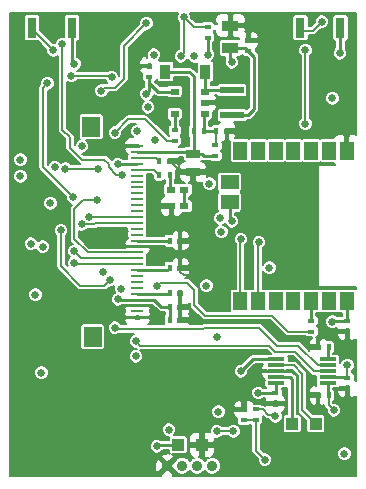
<source format=gbl>
G04 (created by PCBNEW (22-Jun-2014 BZR 4027)-stable) date Thu 09 Jul 2015 06:25:10 AM CDT*
%MOIN*%
G04 Gerber Fmt 3.4, Leading zero omitted, Abs format*
%FSLAX34Y34*%
G01*
G70*
G90*
G04 APERTURE LIST*
%ADD10C,0.00590551*%
%ADD11R,0.045X0.025*%
%ADD12R,0.0157X0.0236*%
%ADD13R,0.0236X0.0157*%
%ADD14R,0.03X0.02*%
%ADD15R,0.0472441X0.0590551*%
%ADD16R,0.0590551X0.0472441*%
%ADD17R,0.0570866X0.011811*%
%ADD18C,0.0350394*%
%ADD19R,0.055X0.035*%
%ADD20R,0.0354331X0.0472441*%
%ADD21R,0.0314961X0.023622*%
%ADD22R,0.0787402X0.023622*%
%ADD23R,0.0393701X0.0393701*%
%ADD24R,0.0433071X0.00984252*%
%ADD25R,0.0590551X0.0669291*%
%ADD26R,0.0314961X0.0669291*%
%ADD27C,0.025*%
%ADD28C,0.01*%
%ADD29C,0.008*%
%ADD30C,0.00787402*%
G04 APERTURE END LIST*
G54D10*
G54D11*
X11750Y-10950D03*
X11750Y-10350D03*
G54D12*
X11773Y-9600D03*
X12127Y-9600D03*
G54D13*
X15700Y-15923D03*
X15700Y-16277D03*
X10300Y-7777D03*
X10300Y-7423D03*
G54D12*
X12523Y-9600D03*
X12877Y-9600D03*
G54D13*
X12500Y-10427D03*
X12500Y-10073D03*
X13600Y-6927D03*
X13600Y-6573D03*
G54D12*
X11327Y-15450D03*
X10973Y-15450D03*
X10977Y-10600D03*
X10623Y-10600D03*
X11327Y-15900D03*
X10973Y-15900D03*
X10977Y-11050D03*
X10623Y-11050D03*
X11327Y-13250D03*
X10973Y-13250D03*
X11327Y-14150D03*
X10973Y-14150D03*
X11327Y-15000D03*
X10973Y-15000D03*
G54D13*
X14500Y-18323D03*
X14500Y-18677D03*
X16900Y-15923D03*
X16900Y-16277D03*
G54D14*
X12150Y-8275D03*
X12150Y-9025D03*
X11150Y-8275D03*
X12150Y-8650D03*
X11150Y-9025D03*
G54D15*
X15100Y-15257D03*
X15690Y-15257D03*
X16281Y-15257D03*
X16871Y-15257D03*
X14509Y-15257D03*
X13918Y-15257D03*
X13328Y-15257D03*
X16871Y-10242D03*
X16281Y-10242D03*
X15690Y-10242D03*
X15100Y-10242D03*
X14509Y-10242D03*
X13918Y-10242D03*
X13328Y-10242D03*
G54D16*
X12974Y-11305D03*
X12974Y-11954D03*
G54D12*
X15923Y-16800D03*
X16277Y-16800D03*
G54D13*
X12250Y-6123D03*
X12250Y-6477D03*
X11150Y-9927D03*
X11150Y-9573D03*
X13850Y-19227D03*
X13850Y-18873D03*
X13450Y-19227D03*
X13450Y-18873D03*
X16900Y-18177D03*
X16900Y-17823D03*
G54D12*
X15923Y-18400D03*
X16277Y-18400D03*
G54D17*
X16266Y-17206D03*
X16266Y-17403D03*
X16266Y-17600D03*
X16266Y-17796D03*
X16266Y-17993D03*
X14533Y-17993D03*
X14533Y-17796D03*
X14533Y-17600D03*
X14533Y-17403D03*
X14533Y-17206D03*
G54D18*
X10900Y-20750D03*
X11400Y-20750D03*
X11900Y-20750D03*
X12400Y-20750D03*
G54D19*
X13000Y-6825D03*
X13000Y-6075D03*
G54D20*
X12169Y-7610D03*
X10830Y-7610D03*
G54D21*
X11033Y-11550D03*
X11466Y-11550D03*
X11466Y-12100D03*
X11033Y-12100D03*
G54D22*
X13050Y-9063D03*
X13050Y-8236D03*
G54D23*
X11256Y-20050D03*
X12043Y-20050D03*
X15056Y-19350D03*
X15843Y-19350D03*
G54D24*
X9900Y-15607D03*
X9900Y-15804D03*
X9900Y-15410D03*
X9900Y-15213D03*
X9900Y-14426D03*
X9900Y-14623D03*
X9900Y-15016D03*
X9900Y-14820D03*
X9900Y-14229D03*
X9900Y-14032D03*
X9900Y-12064D03*
X9900Y-12261D03*
X9900Y-12851D03*
X9900Y-13048D03*
X9900Y-12654D03*
X9900Y-12457D03*
X9900Y-13245D03*
X9900Y-13442D03*
X9900Y-13835D03*
X9900Y-13638D03*
X9900Y-10095D03*
X9900Y-10292D03*
X9900Y-10883D03*
X9900Y-11079D03*
X9900Y-10686D03*
X9900Y-10489D03*
X9900Y-11276D03*
X9900Y-11473D03*
X9900Y-11867D03*
X9900Y-11670D03*
G54D25*
X8364Y-9446D03*
X8403Y-16453D03*
G54D26*
X6380Y-6150D03*
X7719Y-6150D03*
X16669Y-6150D03*
X15330Y-6150D03*
G54D27*
X10250Y-8800D03*
X9900Y-9600D03*
X8750Y-14300D03*
X7800Y-7350D03*
X16650Y-7000D03*
X16800Y-20350D03*
X9250Y-10700D03*
X12600Y-18950D03*
X12300Y-11350D03*
X7000Y-12000D03*
X6350Y-13350D03*
X12550Y-16450D03*
X6500Y-15050D03*
X10450Y-7050D03*
X12250Y-7050D03*
X16400Y-8500D03*
X7150Y-10800D03*
X6000Y-10550D03*
X6000Y-11100D03*
X16400Y-15950D03*
X12200Y-14750D03*
X9250Y-15200D03*
X6700Y-17650D03*
X9850Y-17100D03*
X10950Y-19550D03*
X13350Y-17600D03*
X13923Y-18323D03*
X10200Y-8350D03*
X13050Y-7300D03*
X10550Y-20100D03*
X9350Y-14850D03*
X10550Y-14750D03*
X13950Y-13300D03*
X13350Y-13200D03*
X8550Y-11900D03*
X7800Y-13600D03*
X8300Y-12450D03*
X7800Y-14000D03*
X8050Y-12700D03*
X9150Y-9650D03*
X7700Y-7750D03*
X9050Y-7800D03*
X15500Y-9350D03*
X15500Y-6900D03*
X14300Y-14150D03*
X14500Y-19100D03*
X11350Y-7100D03*
X11450Y-5800D03*
X6750Y-13450D03*
X9150Y-16150D03*
X8050Y-10100D03*
X11800Y-7100D03*
X10200Y-6000D03*
X8700Y-8250D03*
X9850Y-16600D03*
X7350Y-12900D03*
X9000Y-14550D03*
X7500Y-10850D03*
X8600Y-10850D03*
X10500Y-9900D03*
X9400Y-11050D03*
X7400Y-6700D03*
X7750Y-11800D03*
X6900Y-8000D03*
X12700Y-12950D03*
X16450Y-18900D03*
X12650Y-12500D03*
X16900Y-17400D03*
X16200Y-16350D03*
X8000Y-6800D03*
X9100Y-15800D03*
X9400Y-10100D03*
X12300Y-14400D03*
X9000Y-17100D03*
X10500Y-15800D03*
X12600Y-17600D03*
X9500Y-8950D03*
X7200Y-10400D03*
X13050Y-12600D03*
X12550Y-19600D03*
X13100Y-19600D03*
X16050Y-5950D03*
X14150Y-20550D03*
X7100Y-6900D03*
G54D28*
X11750Y-10350D02*
X12050Y-10350D01*
X12127Y-10427D02*
X12500Y-10427D01*
X12050Y-10350D02*
X12127Y-10427D01*
X10830Y-7610D02*
X11610Y-7610D01*
X11773Y-7773D02*
X11773Y-9600D01*
X11610Y-7610D02*
X11773Y-7773D01*
X9900Y-10290D02*
X11690Y-10290D01*
X11690Y-10290D02*
X11750Y-10350D01*
X11773Y-9600D02*
X11773Y-10327D01*
X11773Y-10327D02*
X11750Y-10350D01*
X7719Y-7269D02*
X7800Y-7350D01*
X7719Y-7269D02*
X7719Y-6150D01*
X16669Y-6250D02*
X16669Y-6980D01*
X16669Y-6980D02*
X16650Y-7000D01*
X9265Y-10684D02*
X9250Y-10700D01*
X9265Y-10684D02*
X9900Y-10684D01*
X12250Y-6477D02*
X12250Y-7050D01*
X16900Y-15923D02*
X16427Y-15923D01*
X16427Y-15923D02*
X16400Y-15950D01*
X16900Y-15923D02*
X16900Y-15286D01*
X16900Y-15286D02*
X16871Y-15257D01*
X10973Y-15450D02*
X10973Y-15900D01*
X9900Y-15212D02*
X9262Y-15212D01*
X9262Y-15212D02*
X9250Y-15200D01*
X9900Y-15212D02*
X10462Y-15212D01*
X10700Y-15450D02*
X10973Y-15450D01*
X10462Y-15212D02*
X10700Y-15450D01*
X14533Y-17206D02*
X13743Y-17206D01*
X13743Y-17206D02*
X13350Y-17600D01*
X14500Y-18323D02*
X13923Y-18323D01*
X13050Y-9063D02*
X13586Y-9063D01*
X13800Y-7127D02*
X13600Y-6927D01*
X13800Y-8850D02*
X13800Y-7127D01*
X13586Y-9063D02*
X13800Y-8850D01*
X10300Y-8250D02*
X10300Y-7777D01*
X10200Y-8350D02*
X10300Y-8250D01*
X13000Y-6825D02*
X13498Y-6825D01*
X13498Y-6825D02*
X13600Y-6927D01*
X13000Y-7250D02*
X13000Y-6825D01*
X13050Y-7300D02*
X13000Y-7250D01*
X14533Y-17993D02*
X14533Y-18289D01*
X14533Y-18289D02*
X14500Y-18323D01*
X11256Y-20050D02*
X10600Y-20050D01*
X10600Y-20050D02*
X10550Y-20100D01*
X10300Y-7777D02*
X10300Y-8000D01*
X10300Y-8000D02*
X10575Y-8275D01*
X10575Y-8275D02*
X11150Y-8275D01*
G54D29*
X15700Y-16277D02*
X14927Y-16277D01*
X10650Y-14650D02*
X10550Y-14750D01*
X11550Y-14650D02*
X10650Y-14650D01*
X11800Y-14900D02*
X11550Y-14650D01*
X11800Y-15400D02*
X11800Y-14900D01*
X12150Y-15750D02*
X11800Y-15400D01*
X14400Y-15750D02*
X12150Y-15750D01*
X14927Y-16277D02*
X14400Y-15750D01*
X13950Y-13300D02*
X13918Y-13331D01*
X13918Y-13331D02*
X13918Y-15257D01*
X13350Y-13200D02*
X13328Y-13221D01*
X13328Y-13221D02*
X13328Y-15257D01*
X8237Y-13637D02*
X7800Y-13200D01*
X7800Y-13200D02*
X7800Y-12200D01*
X7800Y-12200D02*
X8100Y-11900D01*
X8100Y-11900D02*
X8550Y-11900D01*
X8237Y-13637D02*
X9900Y-13637D01*
X8034Y-13834D02*
X7800Y-13600D01*
X8034Y-13834D02*
X9900Y-13834D01*
X8300Y-12450D02*
X8306Y-12456D01*
X8306Y-12456D02*
X9900Y-12456D01*
X7800Y-14000D02*
X7831Y-14031D01*
X7831Y-14031D02*
X9900Y-14031D01*
X8496Y-12653D02*
X8450Y-12700D01*
X8450Y-12700D02*
X8050Y-12700D01*
X8496Y-12653D02*
X9900Y-12653D01*
X10877Y-9927D02*
X11150Y-9927D01*
X10150Y-9200D02*
X10877Y-9927D01*
X9600Y-9200D02*
X10150Y-9200D01*
X9150Y-9650D02*
X9600Y-9200D01*
X9000Y-7750D02*
X7700Y-7750D01*
X9050Y-7800D02*
X9000Y-7750D01*
X15500Y-9350D02*
X15500Y-6900D01*
X14500Y-19100D02*
X14450Y-19050D01*
X14450Y-19050D02*
X14250Y-19050D01*
X14250Y-19050D02*
X14073Y-18873D01*
X14073Y-18873D02*
X13850Y-18873D01*
X11450Y-7000D02*
X11450Y-5800D01*
X11350Y-7100D02*
X11450Y-7000D01*
X11773Y-6123D02*
X12250Y-6123D01*
X11450Y-5800D02*
X11773Y-6123D01*
X16266Y-17403D02*
X15903Y-17403D01*
X9200Y-16200D02*
X9150Y-16150D01*
X12100Y-16200D02*
X9200Y-16200D01*
X12150Y-16150D02*
X12100Y-16200D01*
X13950Y-16150D02*
X12150Y-16150D01*
X14550Y-16750D02*
X13950Y-16150D01*
X15250Y-16750D02*
X14550Y-16750D01*
X15903Y-17403D02*
X15250Y-16750D01*
X9450Y-6750D02*
X10200Y-6000D01*
X9450Y-7850D02*
X9450Y-6750D01*
X9150Y-8150D02*
X9450Y-7850D01*
X8800Y-8150D02*
X9150Y-8150D01*
X8700Y-8250D02*
X8800Y-8150D01*
X16266Y-17600D02*
X15800Y-17600D01*
X10000Y-16750D02*
X9850Y-16600D01*
X14300Y-16750D02*
X10000Y-16750D01*
X14500Y-16950D02*
X14300Y-16750D01*
X15150Y-16950D02*
X14500Y-16950D01*
X15800Y-17600D02*
X15150Y-16950D01*
X7350Y-14100D02*
X7350Y-12900D01*
X8000Y-14750D02*
X7350Y-14100D01*
X8800Y-14750D02*
X8000Y-14750D01*
X9000Y-14550D02*
X8800Y-14750D01*
X7500Y-10850D02*
X8600Y-10850D01*
X9200Y-11050D02*
X9400Y-11050D01*
X8950Y-10800D02*
X9200Y-11050D01*
X8950Y-10700D02*
X8950Y-10800D01*
X8800Y-10550D02*
X8950Y-10700D01*
X8050Y-10550D02*
X8800Y-10550D01*
X7650Y-10150D02*
X8050Y-10550D01*
X7650Y-9800D02*
X7650Y-10150D01*
X7400Y-9550D02*
X7650Y-9800D01*
X7400Y-6700D02*
X7400Y-9550D01*
X6750Y-10800D02*
X7750Y-11800D01*
X6750Y-8150D02*
X6750Y-10800D01*
X6900Y-8000D02*
X6750Y-8150D01*
X16450Y-18900D02*
X16277Y-18727D01*
X16277Y-18727D02*
X16277Y-18400D01*
G54D28*
X16266Y-17993D02*
X16266Y-18389D01*
X16266Y-18389D02*
X16277Y-18400D01*
G54D29*
X16900Y-17400D02*
X16900Y-17823D01*
G54D28*
X16266Y-17796D02*
X16873Y-17796D01*
X16873Y-17796D02*
X16900Y-17823D01*
G54D29*
X15923Y-16800D02*
X15923Y-16627D01*
X15923Y-16627D02*
X16200Y-16350D01*
X9900Y-10094D02*
X9405Y-10094D01*
X9405Y-10094D02*
X9400Y-10100D01*
X11327Y-14150D02*
X11327Y-14277D01*
X11450Y-14400D02*
X12300Y-14400D01*
X11327Y-14277D02*
X11450Y-14400D01*
X10300Y-7423D02*
X10077Y-7423D01*
X9750Y-8700D02*
X9500Y-8950D01*
X9750Y-7750D02*
X9750Y-8700D01*
X10077Y-7423D02*
X9750Y-7750D01*
X10977Y-10600D02*
X11000Y-10600D01*
X11350Y-10950D02*
X11750Y-10950D01*
X11000Y-10600D02*
X11350Y-10950D01*
G54D28*
X15700Y-15923D02*
X15700Y-15267D01*
X15700Y-15267D02*
X15690Y-15257D01*
X12974Y-12524D02*
X12974Y-11954D01*
X13050Y-12600D02*
X12974Y-12524D01*
G54D29*
X12550Y-19600D02*
X13100Y-19600D01*
G54D28*
X9900Y-13243D02*
X10966Y-13243D01*
X10966Y-13243D02*
X10973Y-13250D01*
X11466Y-11550D02*
X11466Y-12100D01*
X10977Y-11050D02*
X10977Y-11493D01*
X10977Y-11493D02*
X11033Y-11550D01*
G54D29*
X9900Y-10881D02*
X10454Y-10881D01*
X10454Y-10881D02*
X10623Y-11050D01*
G54D28*
X9900Y-15015D02*
X10957Y-15015D01*
X10957Y-15015D02*
X10973Y-15000D01*
X9900Y-14227D02*
X10895Y-14227D01*
X10895Y-14227D02*
X10973Y-14150D01*
G54D29*
X9900Y-10487D02*
X10510Y-10487D01*
X10510Y-10487D02*
X10623Y-10600D01*
G54D28*
X13050Y-8236D02*
X12188Y-8236D01*
X12188Y-8236D02*
X12150Y-8275D01*
X12169Y-7610D02*
X12169Y-8255D01*
X12169Y-8255D02*
X12150Y-8275D01*
G54D29*
X12523Y-9600D02*
X12523Y-10050D01*
X12523Y-10050D02*
X12500Y-10073D01*
G54D28*
X12523Y-9600D02*
X12127Y-9600D01*
X12127Y-9600D02*
X12127Y-9048D01*
X12127Y-9048D02*
X12150Y-9025D01*
X11150Y-9025D02*
X11150Y-9573D01*
G54D29*
X14533Y-17403D02*
X15103Y-17403D01*
X15400Y-18906D02*
X15843Y-19350D01*
X15400Y-17700D02*
X15400Y-18906D01*
X15103Y-17403D02*
X15400Y-17700D01*
G54D28*
X14533Y-17796D02*
X14996Y-17796D01*
X15056Y-17856D02*
X15056Y-19350D01*
X14996Y-17796D02*
X15056Y-17856D01*
X16266Y-17206D02*
X16266Y-16810D01*
X16266Y-16810D02*
X16277Y-16800D01*
G54D29*
X15330Y-6250D02*
X15750Y-6250D01*
X15750Y-6250D02*
X16050Y-5950D01*
X13850Y-19227D02*
X13850Y-20250D01*
X13850Y-20250D02*
X14150Y-20550D01*
X13450Y-19227D02*
X13850Y-19227D01*
X6380Y-6150D02*
X6380Y-6180D01*
X6380Y-6180D02*
X7100Y-6900D01*
G54D10*
G36*
X11483Y-10585D02*
X11477Y-10585D01*
X11389Y-10622D01*
X11321Y-10689D01*
X11294Y-10755D01*
X11294Y-10718D01*
X11235Y-10659D01*
X11016Y-10659D01*
X11016Y-10668D01*
X10937Y-10668D01*
X10937Y-10659D01*
X10908Y-10659D01*
X10908Y-10541D01*
X10937Y-10541D01*
X10937Y-10531D01*
X11016Y-10531D01*
X11016Y-10541D01*
X11235Y-10541D01*
X11294Y-10481D01*
X11294Y-10459D01*
X11406Y-10459D01*
X11406Y-10498D01*
X11424Y-10541D01*
X11458Y-10575D01*
X11483Y-10585D01*
X11483Y-10585D01*
G37*
G54D30*
X11483Y-10585D02*
X11477Y-10585D01*
X11389Y-10622D01*
X11321Y-10689D01*
X11294Y-10755D01*
X11294Y-10718D01*
X11235Y-10659D01*
X11016Y-10659D01*
X11016Y-10668D01*
X10937Y-10668D01*
X10937Y-10659D01*
X10908Y-10659D01*
X10908Y-10541D01*
X10937Y-10541D01*
X10937Y-10531D01*
X11016Y-10531D01*
X11016Y-10541D01*
X11235Y-10541D01*
X11294Y-10481D01*
X11294Y-10459D01*
X11406Y-10459D01*
X11406Y-10498D01*
X11424Y-10541D01*
X11458Y-10575D01*
X11483Y-10585D01*
G54D10*
G36*
X17185Y-14872D02*
X17174Y-14862D01*
X17131Y-14844D01*
X17084Y-14844D01*
X16612Y-14844D01*
X16576Y-14859D01*
X16540Y-14844D01*
X16493Y-14844D01*
X16021Y-14844D01*
X15985Y-14859D01*
X15950Y-14844D01*
X15903Y-14844D01*
X15430Y-14844D01*
X15395Y-14859D01*
X15359Y-14844D01*
X15312Y-14844D01*
X14840Y-14844D01*
X14804Y-14859D01*
X14769Y-14844D01*
X14722Y-14844D01*
X14249Y-14844D01*
X14214Y-14859D01*
X14178Y-14844D01*
X14131Y-14844D01*
X14077Y-14844D01*
X14077Y-14246D01*
X14093Y-14287D01*
X14162Y-14355D01*
X14251Y-14393D01*
X14348Y-14393D01*
X14437Y-14356D01*
X14505Y-14287D01*
X14543Y-14198D01*
X14543Y-14101D01*
X14506Y-14012D01*
X14437Y-13944D01*
X14348Y-13906D01*
X14251Y-13906D01*
X14162Y-13943D01*
X14094Y-14012D01*
X14077Y-14053D01*
X14077Y-13510D01*
X14087Y-13506D01*
X14155Y-13437D01*
X14193Y-13348D01*
X14193Y-13251D01*
X14156Y-13162D01*
X14087Y-13094D01*
X13998Y-13056D01*
X13901Y-13056D01*
X13812Y-13093D01*
X13744Y-13162D01*
X13706Y-13251D01*
X13706Y-13348D01*
X13743Y-13437D01*
X13760Y-13454D01*
X13760Y-14844D01*
X13659Y-14844D01*
X13623Y-14859D01*
X13588Y-14844D01*
X13541Y-14844D01*
X13486Y-14844D01*
X13486Y-13406D01*
X13487Y-13406D01*
X13555Y-13337D01*
X13593Y-13248D01*
X13593Y-13151D01*
X13556Y-13062D01*
X13487Y-12994D01*
X13398Y-12956D01*
X13387Y-12956D01*
X13387Y-12167D01*
X13387Y-11695D01*
X13369Y-11651D01*
X13347Y-11629D01*
X13369Y-11608D01*
X13387Y-11564D01*
X13387Y-11517D01*
X13387Y-11045D01*
X13369Y-11002D01*
X13336Y-10968D01*
X13292Y-10950D01*
X13245Y-10950D01*
X12655Y-10950D01*
X12611Y-10968D01*
X12578Y-11001D01*
X12560Y-11045D01*
X12560Y-11092D01*
X12560Y-11564D01*
X12578Y-11608D01*
X12600Y-11629D01*
X12578Y-11651D01*
X12560Y-11694D01*
X12560Y-11741D01*
X12560Y-12214D01*
X12578Y-12257D01*
X12584Y-12263D01*
X12543Y-12281D01*
X12543Y-11301D01*
X12506Y-11212D01*
X12437Y-11144D01*
X12348Y-11106D01*
X12251Y-11106D01*
X12214Y-11122D01*
X12214Y-11070D01*
X12154Y-11010D01*
X11810Y-11010D01*
X11810Y-11254D01*
X11870Y-11314D01*
X11927Y-11314D01*
X12022Y-11314D01*
X12057Y-11299D01*
X12056Y-11301D01*
X12056Y-11398D01*
X12093Y-11487D01*
X12162Y-11555D01*
X12251Y-11593D01*
X12348Y-11593D01*
X12437Y-11556D01*
X12505Y-11487D01*
X12543Y-11398D01*
X12543Y-11301D01*
X12543Y-12281D01*
X12512Y-12293D01*
X12444Y-12362D01*
X12406Y-12451D01*
X12406Y-12548D01*
X12443Y-12637D01*
X12512Y-12705D01*
X12582Y-12735D01*
X12562Y-12743D01*
X12494Y-12812D01*
X12456Y-12901D01*
X12456Y-12998D01*
X12493Y-13087D01*
X12562Y-13155D01*
X12651Y-13193D01*
X12748Y-13193D01*
X12837Y-13156D01*
X12905Y-13087D01*
X12943Y-12998D01*
X12943Y-12901D01*
X12906Y-12812D01*
X12837Y-12744D01*
X12767Y-12714D01*
X12787Y-12706D01*
X12818Y-12675D01*
X12843Y-12737D01*
X12912Y-12805D01*
X13001Y-12843D01*
X13098Y-12843D01*
X13187Y-12806D01*
X13255Y-12737D01*
X13293Y-12648D01*
X13293Y-12551D01*
X13256Y-12462D01*
X13187Y-12394D01*
X13142Y-12375D01*
X13142Y-12309D01*
X13292Y-12309D01*
X13336Y-12291D01*
X13369Y-12257D01*
X13387Y-12214D01*
X13387Y-12167D01*
X13387Y-12956D01*
X13301Y-12956D01*
X13212Y-12993D01*
X13144Y-13062D01*
X13106Y-13151D01*
X13106Y-13248D01*
X13143Y-13337D01*
X13170Y-13364D01*
X13170Y-14844D01*
X13068Y-14844D01*
X13025Y-14862D01*
X12992Y-14895D01*
X12974Y-14939D01*
X12973Y-14985D01*
X12973Y-15576D01*
X12980Y-15591D01*
X12443Y-15591D01*
X12443Y-14701D01*
X12406Y-14612D01*
X12337Y-14544D01*
X12248Y-14506D01*
X12151Y-14506D01*
X12062Y-14543D01*
X11994Y-14612D01*
X11956Y-14701D01*
X11956Y-14798D01*
X11993Y-14887D01*
X12062Y-14955D01*
X12151Y-14993D01*
X12248Y-14993D01*
X12337Y-14956D01*
X12405Y-14887D01*
X12443Y-14798D01*
X12443Y-14701D01*
X12443Y-15591D01*
X12215Y-15591D01*
X11958Y-15334D01*
X11958Y-14900D01*
X11946Y-14839D01*
X11911Y-14788D01*
X11911Y-14788D01*
X11661Y-14538D01*
X11610Y-14503D01*
X11550Y-14491D01*
X11490Y-14491D01*
X11540Y-14471D01*
X11608Y-14403D01*
X11644Y-14315D01*
X11644Y-14268D01*
X11644Y-14031D01*
X11644Y-13368D01*
X11644Y-13131D01*
X11644Y-13084D01*
X11608Y-12996D01*
X11540Y-12928D01*
X11452Y-12892D01*
X11426Y-12892D01*
X11366Y-12952D01*
X11366Y-13191D01*
X11585Y-13191D01*
X11644Y-13131D01*
X11644Y-13368D01*
X11585Y-13309D01*
X11366Y-13309D01*
X11366Y-13547D01*
X11426Y-13607D01*
X11452Y-13607D01*
X11540Y-13571D01*
X11608Y-13503D01*
X11644Y-13415D01*
X11644Y-13368D01*
X11644Y-14031D01*
X11644Y-13984D01*
X11608Y-13896D01*
X11540Y-13828D01*
X11452Y-13792D01*
X11426Y-13792D01*
X11366Y-13852D01*
X11366Y-14091D01*
X11585Y-14091D01*
X11644Y-14031D01*
X11644Y-14268D01*
X11585Y-14209D01*
X11366Y-14209D01*
X11366Y-14218D01*
X11287Y-14218D01*
X11287Y-14209D01*
X11258Y-14209D01*
X11258Y-14091D01*
X11287Y-14091D01*
X11287Y-13852D01*
X11227Y-13792D01*
X11201Y-13792D01*
X11113Y-13828D01*
X11045Y-13896D01*
X11038Y-13913D01*
X11028Y-13913D01*
X10871Y-13913D01*
X10827Y-13931D01*
X10794Y-13965D01*
X10776Y-14008D01*
X10776Y-14055D01*
X10776Y-14059D01*
X10234Y-14059D01*
X10234Y-14058D01*
X10234Y-13960D01*
X10223Y-13934D01*
X10234Y-13908D01*
X10234Y-13861D01*
X10234Y-13763D01*
X10223Y-13737D01*
X10234Y-13711D01*
X10234Y-13701D01*
X10252Y-13694D01*
X10319Y-13626D01*
X10355Y-13538D01*
X10355Y-13526D01*
X10296Y-13466D01*
X9960Y-13466D01*
X9960Y-13471D01*
X9839Y-13471D01*
X9839Y-13466D01*
X9503Y-13466D01*
X9491Y-13479D01*
X8302Y-13479D01*
X7958Y-13134D01*
X7958Y-12925D01*
X8001Y-12943D01*
X8098Y-12943D01*
X8187Y-12906D01*
X8235Y-12858D01*
X8450Y-12858D01*
X8510Y-12846D01*
X8510Y-12846D01*
X8561Y-12811D01*
X8562Y-12811D01*
X9565Y-12811D01*
X9565Y-12825D01*
X9565Y-12924D01*
X9576Y-12950D01*
X9565Y-12975D01*
X9565Y-13022D01*
X9565Y-13121D01*
X9576Y-13146D01*
X9565Y-13172D01*
X9565Y-13182D01*
X9547Y-13190D01*
X9480Y-13257D01*
X9444Y-13345D01*
X9444Y-13357D01*
X9503Y-13417D01*
X9839Y-13417D01*
X9839Y-13412D01*
X9960Y-13412D01*
X9960Y-13417D01*
X10296Y-13417D01*
X10301Y-13411D01*
X10784Y-13411D01*
X10794Y-13434D01*
X10827Y-13468D01*
X10870Y-13486D01*
X10917Y-13486D01*
X11038Y-13486D01*
X11045Y-13503D01*
X11113Y-13571D01*
X11201Y-13607D01*
X11227Y-13607D01*
X11287Y-13547D01*
X11287Y-13309D01*
X11258Y-13309D01*
X11258Y-13191D01*
X11287Y-13191D01*
X11287Y-12952D01*
X11227Y-12892D01*
X11201Y-12892D01*
X11113Y-12928D01*
X11045Y-12996D01*
X11038Y-13013D01*
X11028Y-13013D01*
X10972Y-13013D01*
X10972Y-12397D01*
X10972Y-12159D01*
X10696Y-12159D01*
X10636Y-12218D01*
X10636Y-12265D01*
X10673Y-12353D01*
X10740Y-12421D01*
X10828Y-12457D01*
X10912Y-12457D01*
X10972Y-12397D01*
X10972Y-13013D01*
X10871Y-13013D01*
X10827Y-13031D01*
X10794Y-13065D01*
X10790Y-13075D01*
X10234Y-13075D01*
X10234Y-13074D01*
X10234Y-12975D01*
X10223Y-12949D01*
X10234Y-12924D01*
X10234Y-12877D01*
X10234Y-12778D01*
X10223Y-12753D01*
X10234Y-12727D01*
X10234Y-12680D01*
X10234Y-12582D01*
X10223Y-12556D01*
X10234Y-12530D01*
X10234Y-12483D01*
X10234Y-12385D01*
X10223Y-12359D01*
X10234Y-12333D01*
X10234Y-12286D01*
X10234Y-12188D01*
X10223Y-12162D01*
X10234Y-12136D01*
X10234Y-12089D01*
X10234Y-11991D01*
X10223Y-11965D01*
X10234Y-11940D01*
X10234Y-11893D01*
X10234Y-11794D01*
X10223Y-11768D01*
X10234Y-11743D01*
X10234Y-11696D01*
X10234Y-11597D01*
X10223Y-11572D01*
X10234Y-11546D01*
X10234Y-11499D01*
X10234Y-11401D01*
X10223Y-11375D01*
X10234Y-11349D01*
X10234Y-11302D01*
X10234Y-11204D01*
X10223Y-11178D01*
X10234Y-11152D01*
X10234Y-11105D01*
X10234Y-11039D01*
X10389Y-11039D01*
X10426Y-11076D01*
X10426Y-11191D01*
X10444Y-11234D01*
X10477Y-11268D01*
X10520Y-11286D01*
X10567Y-11286D01*
X10724Y-11286D01*
X10768Y-11268D01*
X10800Y-11236D01*
X10808Y-11245D01*
X10808Y-11331D01*
X10775Y-11364D01*
X10757Y-11408D01*
X10757Y-11455D01*
X10757Y-11691D01*
X10775Y-11734D01*
X10796Y-11755D01*
X10740Y-11778D01*
X10673Y-11846D01*
X10636Y-11934D01*
X10636Y-11981D01*
X10696Y-12040D01*
X10972Y-12040D01*
X10972Y-12031D01*
X11094Y-12031D01*
X11094Y-12040D01*
X11101Y-12040D01*
X11101Y-12159D01*
X11094Y-12159D01*
X11094Y-12397D01*
X11153Y-12457D01*
X11238Y-12457D01*
X11326Y-12421D01*
X11393Y-12353D01*
X11401Y-12336D01*
X11647Y-12336D01*
X11690Y-12318D01*
X11724Y-12285D01*
X11742Y-12241D01*
X11742Y-12194D01*
X11742Y-11958D01*
X11724Y-11915D01*
X11691Y-11881D01*
X11647Y-11863D01*
X11634Y-11863D01*
X11634Y-11786D01*
X11647Y-11786D01*
X11690Y-11768D01*
X11724Y-11735D01*
X11742Y-11691D01*
X11742Y-11644D01*
X11742Y-11408D01*
X11724Y-11365D01*
X11691Y-11331D01*
X11647Y-11313D01*
X11630Y-11313D01*
X11689Y-11254D01*
X11689Y-11010D01*
X11345Y-11010D01*
X11285Y-11070D01*
X11285Y-11122D01*
X11321Y-11210D01*
X11389Y-11277D01*
X11475Y-11313D01*
X11285Y-11313D01*
X11249Y-11328D01*
X11214Y-11313D01*
X11167Y-11313D01*
X11145Y-11313D01*
X11145Y-11245D01*
X11155Y-11234D01*
X11173Y-11191D01*
X11173Y-11144D01*
X11173Y-10928D01*
X11190Y-10921D01*
X11258Y-10853D01*
X11285Y-10788D01*
X11285Y-10829D01*
X11345Y-10889D01*
X11689Y-10889D01*
X11689Y-10881D01*
X11810Y-10881D01*
X11810Y-10889D01*
X12154Y-10889D01*
X12214Y-10829D01*
X12214Y-10777D01*
X12178Y-10689D01*
X12110Y-10622D01*
X12022Y-10585D01*
X12016Y-10585D01*
X12041Y-10575D01*
X12045Y-10571D01*
X12062Y-10582D01*
X12062Y-10582D01*
X12114Y-10592D01*
X12126Y-10595D01*
X12126Y-10595D01*
X12127Y-10595D01*
X12304Y-10595D01*
X12315Y-10605D01*
X12358Y-10623D01*
X12405Y-10623D01*
X12641Y-10623D01*
X12684Y-10605D01*
X12718Y-10572D01*
X12736Y-10529D01*
X12736Y-10482D01*
X12736Y-10325D01*
X12718Y-10281D01*
X12686Y-10249D01*
X12718Y-10218D01*
X12736Y-10175D01*
X12736Y-10128D01*
X12736Y-9971D01*
X12726Y-9947D01*
X12751Y-9957D01*
X12777Y-9957D01*
X12837Y-9897D01*
X12837Y-9659D01*
X12808Y-9659D01*
X12808Y-9541D01*
X12837Y-9541D01*
X12837Y-9531D01*
X12916Y-9531D01*
X12916Y-9541D01*
X13135Y-9541D01*
X13194Y-9481D01*
X13194Y-9434D01*
X13158Y-9346D01*
X13111Y-9299D01*
X13467Y-9299D01*
X13510Y-9281D01*
X13543Y-9248D01*
X13550Y-9231D01*
X13586Y-9231D01*
X13586Y-9231D01*
X13586Y-9231D01*
X13650Y-9218D01*
X13705Y-9182D01*
X13918Y-8968D01*
X13918Y-8968D01*
X13918Y-8968D01*
X13955Y-8914D01*
X13955Y-8914D01*
X13965Y-8862D01*
X13968Y-8850D01*
X13968Y-8850D01*
X13968Y-8850D01*
X13968Y-7127D01*
X13955Y-7062D01*
X13918Y-7008D01*
X13918Y-7008D01*
X13836Y-6925D01*
X13836Y-6861D01*
X13853Y-6854D01*
X13921Y-6786D01*
X13957Y-6698D01*
X13957Y-6447D01*
X13921Y-6359D01*
X13853Y-6291D01*
X13765Y-6255D01*
X13718Y-6255D01*
X13659Y-6314D01*
X13659Y-6533D01*
X13897Y-6533D01*
X13957Y-6473D01*
X13957Y-6447D01*
X13957Y-6698D01*
X13957Y-6672D01*
X13897Y-6612D01*
X13659Y-6612D01*
X13659Y-6641D01*
X13541Y-6641D01*
X13541Y-6612D01*
X13531Y-6612D01*
X13531Y-6533D01*
X13541Y-6533D01*
X13541Y-6314D01*
X13514Y-6288D01*
X13514Y-5852D01*
X13478Y-5764D01*
X13410Y-5697D01*
X13322Y-5660D01*
X13227Y-5660D01*
X13120Y-5660D01*
X13060Y-5720D01*
X13060Y-6014D01*
X13454Y-6014D01*
X13514Y-5954D01*
X13514Y-5852D01*
X13514Y-6288D01*
X13514Y-6288D01*
X13514Y-6255D01*
X13481Y-6255D01*
X13481Y-6255D01*
X13514Y-6255D01*
X13514Y-6195D01*
X13454Y-6135D01*
X13060Y-6135D01*
X13060Y-6429D01*
X13120Y-6489D01*
X13227Y-6489D01*
X13258Y-6489D01*
X13281Y-6512D01*
X13242Y-6512D01*
X13242Y-6531D01*
X12701Y-6531D01*
X12658Y-6549D01*
X12624Y-6583D01*
X12606Y-6626D01*
X12606Y-6673D01*
X12606Y-7023D01*
X12624Y-7066D01*
X12658Y-7100D01*
X12701Y-7118D01*
X12748Y-7118D01*
X12831Y-7118D01*
X12831Y-7191D01*
X12806Y-7251D01*
X12806Y-7348D01*
X12843Y-7437D01*
X12912Y-7505D01*
X13001Y-7543D01*
X13098Y-7543D01*
X13187Y-7506D01*
X13255Y-7437D01*
X13293Y-7348D01*
X13293Y-7251D01*
X13256Y-7162D01*
X13211Y-7118D01*
X13298Y-7118D01*
X13341Y-7100D01*
X13375Y-7066D01*
X13377Y-7061D01*
X13381Y-7072D01*
X13415Y-7105D01*
X13458Y-7123D01*
X13505Y-7123D01*
X13558Y-7123D01*
X13631Y-7196D01*
X13631Y-8780D01*
X13538Y-8873D01*
X13510Y-8845D01*
X13467Y-8827D01*
X13420Y-8827D01*
X12632Y-8827D01*
X12589Y-8845D01*
X12556Y-8878D01*
X12538Y-8921D01*
X12538Y-8968D01*
X12538Y-9204D01*
X12556Y-9248D01*
X12589Y-9281D01*
X12632Y-9299D01*
X12642Y-9299D01*
X12595Y-9346D01*
X12588Y-9363D01*
X12578Y-9363D01*
X12421Y-9363D01*
X12377Y-9381D01*
X12344Y-9415D01*
X12337Y-9431D01*
X12312Y-9431D01*
X12305Y-9415D01*
X12295Y-9404D01*
X12295Y-9243D01*
X12323Y-9243D01*
X12366Y-9225D01*
X12400Y-9191D01*
X12418Y-9148D01*
X12418Y-9101D01*
X12418Y-8960D01*
X12435Y-8952D01*
X12503Y-8885D01*
X12539Y-8797D01*
X12539Y-8759D01*
X12479Y-8700D01*
X12210Y-8700D01*
X12210Y-8718D01*
X12089Y-8718D01*
X12089Y-8700D01*
X12081Y-8700D01*
X12081Y-8600D01*
X12089Y-8600D01*
X12089Y-8581D01*
X12210Y-8581D01*
X12210Y-8600D01*
X12479Y-8600D01*
X12539Y-8540D01*
X12539Y-8502D01*
X12503Y-8414D01*
X12493Y-8404D01*
X12549Y-8404D01*
X12556Y-8421D01*
X12589Y-8454D01*
X12632Y-8472D01*
X12679Y-8472D01*
X13467Y-8472D01*
X13510Y-8454D01*
X13543Y-8421D01*
X13561Y-8378D01*
X13561Y-8331D01*
X13561Y-8095D01*
X13543Y-8051D01*
X13510Y-8018D01*
X13467Y-8000D01*
X13420Y-8000D01*
X12632Y-8000D01*
X12589Y-8018D01*
X12556Y-8051D01*
X12549Y-8068D01*
X12351Y-8068D01*
X12337Y-8062D01*
X12337Y-7964D01*
X12369Y-7964D01*
X12413Y-7947D01*
X12446Y-7913D01*
X12464Y-7870D01*
X12464Y-7823D01*
X12464Y-7351D01*
X12446Y-7307D01*
X12413Y-7274D01*
X12378Y-7259D01*
X12387Y-7256D01*
X12455Y-7187D01*
X12493Y-7098D01*
X12493Y-7001D01*
X12456Y-6912D01*
X12418Y-6874D01*
X12418Y-6662D01*
X12434Y-6655D01*
X12468Y-6622D01*
X12486Y-6579D01*
X12486Y-6532D01*
X12486Y-6375D01*
X12468Y-6331D01*
X12436Y-6299D01*
X12468Y-6268D01*
X12485Y-6226D01*
X12485Y-6297D01*
X12521Y-6385D01*
X12589Y-6452D01*
X12677Y-6489D01*
X12772Y-6489D01*
X12879Y-6489D01*
X12939Y-6429D01*
X12939Y-6135D01*
X12931Y-6135D01*
X12931Y-6014D01*
X12939Y-6014D01*
X12939Y-5720D01*
X12879Y-5660D01*
X12772Y-5660D01*
X12677Y-5660D01*
X12589Y-5697D01*
X12521Y-5764D01*
X12485Y-5852D01*
X12485Y-5954D01*
X12545Y-6014D01*
X12485Y-6014D01*
X12485Y-6019D01*
X12468Y-5977D01*
X12434Y-5944D01*
X12391Y-5926D01*
X12344Y-5926D01*
X12108Y-5926D01*
X12065Y-5944D01*
X12044Y-5964D01*
X11838Y-5964D01*
X11693Y-5819D01*
X11693Y-5751D01*
X11656Y-5662D01*
X11643Y-5649D01*
X17185Y-5649D01*
X17185Y-9719D01*
X17155Y-9707D01*
X16992Y-9707D01*
X16944Y-9754D01*
X16944Y-6461D01*
X16944Y-5791D01*
X16926Y-5748D01*
X16893Y-5715D01*
X16850Y-5697D01*
X16803Y-5697D01*
X16488Y-5697D01*
X16444Y-5715D01*
X16411Y-5748D01*
X16393Y-5791D01*
X16393Y-5838D01*
X16393Y-6508D01*
X16411Y-6551D01*
X16444Y-6584D01*
X16488Y-6602D01*
X16501Y-6602D01*
X16501Y-6805D01*
X16444Y-6862D01*
X16406Y-6951D01*
X16406Y-7048D01*
X16443Y-7137D01*
X16512Y-7205D01*
X16601Y-7243D01*
X16698Y-7243D01*
X16787Y-7206D01*
X16855Y-7137D01*
X16893Y-7048D01*
X16893Y-6951D01*
X16856Y-6862D01*
X16837Y-6843D01*
X16837Y-6602D01*
X16850Y-6602D01*
X16893Y-6584D01*
X16926Y-6551D01*
X16944Y-6508D01*
X16944Y-6461D01*
X16944Y-9754D01*
X16932Y-9767D01*
X16932Y-10181D01*
X16940Y-10181D01*
X16940Y-10302D01*
X16932Y-10302D01*
X16932Y-10310D01*
X16811Y-10310D01*
X16811Y-10302D01*
X16803Y-10302D01*
X16803Y-10181D01*
X16811Y-10181D01*
X16811Y-9767D01*
X16751Y-9707D01*
X16643Y-9707D01*
X16643Y-8451D01*
X16606Y-8362D01*
X16537Y-8294D01*
X16448Y-8256D01*
X16351Y-8256D01*
X16293Y-8281D01*
X16293Y-5901D01*
X16256Y-5812D01*
X16187Y-5744D01*
X16098Y-5706D01*
X16001Y-5706D01*
X15912Y-5743D01*
X15844Y-5812D01*
X15806Y-5901D01*
X15806Y-5969D01*
X15684Y-6091D01*
X15606Y-6091D01*
X15606Y-5791D01*
X15588Y-5748D01*
X15555Y-5715D01*
X15511Y-5697D01*
X15464Y-5697D01*
X15149Y-5697D01*
X15106Y-5715D01*
X15073Y-5748D01*
X15055Y-5791D01*
X15055Y-5838D01*
X15055Y-6508D01*
X15073Y-6551D01*
X15106Y-6584D01*
X15149Y-6602D01*
X15196Y-6602D01*
X15511Y-6602D01*
X15555Y-6584D01*
X15588Y-6551D01*
X15606Y-6508D01*
X15606Y-6461D01*
X15606Y-6408D01*
X15750Y-6408D01*
X15810Y-6396D01*
X15810Y-6396D01*
X15861Y-6361D01*
X16030Y-6193D01*
X16098Y-6193D01*
X16187Y-6156D01*
X16255Y-6087D01*
X16293Y-5998D01*
X16293Y-5901D01*
X16293Y-8281D01*
X16262Y-8293D01*
X16194Y-8362D01*
X16156Y-8451D01*
X16156Y-8548D01*
X16193Y-8637D01*
X16262Y-8705D01*
X16351Y-8743D01*
X16448Y-8743D01*
X16537Y-8706D01*
X16605Y-8637D01*
X16643Y-8548D01*
X16643Y-8451D01*
X16643Y-9707D01*
X16588Y-9707D01*
X16500Y-9743D01*
X16432Y-9811D01*
X16425Y-9828D01*
X16021Y-9828D01*
X15985Y-9843D01*
X15950Y-9828D01*
X15903Y-9828D01*
X15743Y-9828D01*
X15743Y-9301D01*
X15706Y-9212D01*
X15658Y-9164D01*
X15658Y-7085D01*
X15705Y-7037D01*
X15743Y-6948D01*
X15743Y-6851D01*
X15706Y-6762D01*
X15637Y-6694D01*
X15548Y-6656D01*
X15451Y-6656D01*
X15362Y-6693D01*
X15294Y-6762D01*
X15256Y-6851D01*
X15256Y-6948D01*
X15293Y-7037D01*
X15341Y-7085D01*
X15341Y-9164D01*
X15294Y-9212D01*
X15256Y-9301D01*
X15256Y-9398D01*
X15293Y-9487D01*
X15362Y-9555D01*
X15451Y-9593D01*
X15548Y-9593D01*
X15637Y-9556D01*
X15705Y-9487D01*
X15743Y-9398D01*
X15743Y-9301D01*
X15743Y-9828D01*
X15430Y-9828D01*
X15395Y-9843D01*
X15359Y-9828D01*
X15312Y-9828D01*
X14840Y-9828D01*
X14804Y-9843D01*
X14769Y-9828D01*
X14722Y-9828D01*
X14249Y-9828D01*
X14214Y-9843D01*
X14178Y-9828D01*
X14131Y-9828D01*
X13659Y-9828D01*
X13623Y-9843D01*
X13588Y-9828D01*
X13541Y-9828D01*
X13168Y-9828D01*
X13194Y-9765D01*
X13194Y-9718D01*
X13135Y-9659D01*
X12916Y-9659D01*
X12916Y-9897D01*
X12974Y-9955D01*
X12973Y-9970D01*
X12973Y-10560D01*
X12991Y-10604D01*
X13025Y-10637D01*
X13068Y-10655D01*
X13115Y-10655D01*
X13587Y-10655D01*
X13623Y-10640D01*
X13659Y-10655D01*
X13706Y-10655D01*
X14178Y-10655D01*
X14214Y-10640D01*
X14249Y-10655D01*
X14296Y-10655D01*
X14769Y-10655D01*
X14804Y-10640D01*
X14840Y-10655D01*
X14887Y-10655D01*
X15359Y-10655D01*
X15395Y-10640D01*
X15430Y-10655D01*
X15477Y-10655D01*
X15950Y-10655D01*
X15985Y-10640D01*
X16021Y-10655D01*
X16068Y-10655D01*
X16425Y-10655D01*
X16432Y-10673D01*
X16470Y-10710D01*
X15910Y-10710D01*
X15910Y-14789D01*
X17185Y-14789D01*
X17185Y-14872D01*
X17185Y-14872D01*
G37*
G54D30*
X17185Y-14872D02*
X17174Y-14862D01*
X17131Y-14844D01*
X17084Y-14844D01*
X16612Y-14844D01*
X16576Y-14859D01*
X16540Y-14844D01*
X16493Y-14844D01*
X16021Y-14844D01*
X15985Y-14859D01*
X15950Y-14844D01*
X15903Y-14844D01*
X15430Y-14844D01*
X15395Y-14859D01*
X15359Y-14844D01*
X15312Y-14844D01*
X14840Y-14844D01*
X14804Y-14859D01*
X14769Y-14844D01*
X14722Y-14844D01*
X14249Y-14844D01*
X14214Y-14859D01*
X14178Y-14844D01*
X14131Y-14844D01*
X14077Y-14844D01*
X14077Y-14246D01*
X14093Y-14287D01*
X14162Y-14355D01*
X14251Y-14393D01*
X14348Y-14393D01*
X14437Y-14356D01*
X14505Y-14287D01*
X14543Y-14198D01*
X14543Y-14101D01*
X14506Y-14012D01*
X14437Y-13944D01*
X14348Y-13906D01*
X14251Y-13906D01*
X14162Y-13943D01*
X14094Y-14012D01*
X14077Y-14053D01*
X14077Y-13510D01*
X14087Y-13506D01*
X14155Y-13437D01*
X14193Y-13348D01*
X14193Y-13251D01*
X14156Y-13162D01*
X14087Y-13094D01*
X13998Y-13056D01*
X13901Y-13056D01*
X13812Y-13093D01*
X13744Y-13162D01*
X13706Y-13251D01*
X13706Y-13348D01*
X13743Y-13437D01*
X13760Y-13454D01*
X13760Y-14844D01*
X13659Y-14844D01*
X13623Y-14859D01*
X13588Y-14844D01*
X13541Y-14844D01*
X13486Y-14844D01*
X13486Y-13406D01*
X13487Y-13406D01*
X13555Y-13337D01*
X13593Y-13248D01*
X13593Y-13151D01*
X13556Y-13062D01*
X13487Y-12994D01*
X13398Y-12956D01*
X13387Y-12956D01*
X13387Y-12167D01*
X13387Y-11695D01*
X13369Y-11651D01*
X13347Y-11629D01*
X13369Y-11608D01*
X13387Y-11564D01*
X13387Y-11517D01*
X13387Y-11045D01*
X13369Y-11002D01*
X13336Y-10968D01*
X13292Y-10950D01*
X13245Y-10950D01*
X12655Y-10950D01*
X12611Y-10968D01*
X12578Y-11001D01*
X12560Y-11045D01*
X12560Y-11092D01*
X12560Y-11564D01*
X12578Y-11608D01*
X12600Y-11629D01*
X12578Y-11651D01*
X12560Y-11694D01*
X12560Y-11741D01*
X12560Y-12214D01*
X12578Y-12257D01*
X12584Y-12263D01*
X12543Y-12281D01*
X12543Y-11301D01*
X12506Y-11212D01*
X12437Y-11144D01*
X12348Y-11106D01*
X12251Y-11106D01*
X12214Y-11122D01*
X12214Y-11070D01*
X12154Y-11010D01*
X11810Y-11010D01*
X11810Y-11254D01*
X11870Y-11314D01*
X11927Y-11314D01*
X12022Y-11314D01*
X12057Y-11299D01*
X12056Y-11301D01*
X12056Y-11398D01*
X12093Y-11487D01*
X12162Y-11555D01*
X12251Y-11593D01*
X12348Y-11593D01*
X12437Y-11556D01*
X12505Y-11487D01*
X12543Y-11398D01*
X12543Y-11301D01*
X12543Y-12281D01*
X12512Y-12293D01*
X12444Y-12362D01*
X12406Y-12451D01*
X12406Y-12548D01*
X12443Y-12637D01*
X12512Y-12705D01*
X12582Y-12735D01*
X12562Y-12743D01*
X12494Y-12812D01*
X12456Y-12901D01*
X12456Y-12998D01*
X12493Y-13087D01*
X12562Y-13155D01*
X12651Y-13193D01*
X12748Y-13193D01*
X12837Y-13156D01*
X12905Y-13087D01*
X12943Y-12998D01*
X12943Y-12901D01*
X12906Y-12812D01*
X12837Y-12744D01*
X12767Y-12714D01*
X12787Y-12706D01*
X12818Y-12675D01*
X12843Y-12737D01*
X12912Y-12805D01*
X13001Y-12843D01*
X13098Y-12843D01*
X13187Y-12806D01*
X13255Y-12737D01*
X13293Y-12648D01*
X13293Y-12551D01*
X13256Y-12462D01*
X13187Y-12394D01*
X13142Y-12375D01*
X13142Y-12309D01*
X13292Y-12309D01*
X13336Y-12291D01*
X13369Y-12257D01*
X13387Y-12214D01*
X13387Y-12167D01*
X13387Y-12956D01*
X13301Y-12956D01*
X13212Y-12993D01*
X13144Y-13062D01*
X13106Y-13151D01*
X13106Y-13248D01*
X13143Y-13337D01*
X13170Y-13364D01*
X13170Y-14844D01*
X13068Y-14844D01*
X13025Y-14862D01*
X12992Y-14895D01*
X12974Y-14939D01*
X12973Y-14985D01*
X12973Y-15576D01*
X12980Y-15591D01*
X12443Y-15591D01*
X12443Y-14701D01*
X12406Y-14612D01*
X12337Y-14544D01*
X12248Y-14506D01*
X12151Y-14506D01*
X12062Y-14543D01*
X11994Y-14612D01*
X11956Y-14701D01*
X11956Y-14798D01*
X11993Y-14887D01*
X12062Y-14955D01*
X12151Y-14993D01*
X12248Y-14993D01*
X12337Y-14956D01*
X12405Y-14887D01*
X12443Y-14798D01*
X12443Y-14701D01*
X12443Y-15591D01*
X12215Y-15591D01*
X11958Y-15334D01*
X11958Y-14900D01*
X11946Y-14839D01*
X11911Y-14788D01*
X11911Y-14788D01*
X11661Y-14538D01*
X11610Y-14503D01*
X11550Y-14491D01*
X11490Y-14491D01*
X11540Y-14471D01*
X11608Y-14403D01*
X11644Y-14315D01*
X11644Y-14268D01*
X11644Y-14031D01*
X11644Y-13368D01*
X11644Y-13131D01*
X11644Y-13084D01*
X11608Y-12996D01*
X11540Y-12928D01*
X11452Y-12892D01*
X11426Y-12892D01*
X11366Y-12952D01*
X11366Y-13191D01*
X11585Y-13191D01*
X11644Y-13131D01*
X11644Y-13368D01*
X11585Y-13309D01*
X11366Y-13309D01*
X11366Y-13547D01*
X11426Y-13607D01*
X11452Y-13607D01*
X11540Y-13571D01*
X11608Y-13503D01*
X11644Y-13415D01*
X11644Y-13368D01*
X11644Y-14031D01*
X11644Y-13984D01*
X11608Y-13896D01*
X11540Y-13828D01*
X11452Y-13792D01*
X11426Y-13792D01*
X11366Y-13852D01*
X11366Y-14091D01*
X11585Y-14091D01*
X11644Y-14031D01*
X11644Y-14268D01*
X11585Y-14209D01*
X11366Y-14209D01*
X11366Y-14218D01*
X11287Y-14218D01*
X11287Y-14209D01*
X11258Y-14209D01*
X11258Y-14091D01*
X11287Y-14091D01*
X11287Y-13852D01*
X11227Y-13792D01*
X11201Y-13792D01*
X11113Y-13828D01*
X11045Y-13896D01*
X11038Y-13913D01*
X11028Y-13913D01*
X10871Y-13913D01*
X10827Y-13931D01*
X10794Y-13965D01*
X10776Y-14008D01*
X10776Y-14055D01*
X10776Y-14059D01*
X10234Y-14059D01*
X10234Y-14058D01*
X10234Y-13960D01*
X10223Y-13934D01*
X10234Y-13908D01*
X10234Y-13861D01*
X10234Y-13763D01*
X10223Y-13737D01*
X10234Y-13711D01*
X10234Y-13701D01*
X10252Y-13694D01*
X10319Y-13626D01*
X10355Y-13538D01*
X10355Y-13526D01*
X10296Y-13466D01*
X9960Y-13466D01*
X9960Y-13471D01*
X9839Y-13471D01*
X9839Y-13466D01*
X9503Y-13466D01*
X9491Y-13479D01*
X8302Y-13479D01*
X7958Y-13134D01*
X7958Y-12925D01*
X8001Y-12943D01*
X8098Y-12943D01*
X8187Y-12906D01*
X8235Y-12858D01*
X8450Y-12858D01*
X8510Y-12846D01*
X8510Y-12846D01*
X8561Y-12811D01*
X8562Y-12811D01*
X9565Y-12811D01*
X9565Y-12825D01*
X9565Y-12924D01*
X9576Y-12950D01*
X9565Y-12975D01*
X9565Y-13022D01*
X9565Y-13121D01*
X9576Y-13146D01*
X9565Y-13172D01*
X9565Y-13182D01*
X9547Y-13190D01*
X9480Y-13257D01*
X9444Y-13345D01*
X9444Y-13357D01*
X9503Y-13417D01*
X9839Y-13417D01*
X9839Y-13412D01*
X9960Y-13412D01*
X9960Y-13417D01*
X10296Y-13417D01*
X10301Y-13411D01*
X10784Y-13411D01*
X10794Y-13434D01*
X10827Y-13468D01*
X10870Y-13486D01*
X10917Y-13486D01*
X11038Y-13486D01*
X11045Y-13503D01*
X11113Y-13571D01*
X11201Y-13607D01*
X11227Y-13607D01*
X11287Y-13547D01*
X11287Y-13309D01*
X11258Y-13309D01*
X11258Y-13191D01*
X11287Y-13191D01*
X11287Y-12952D01*
X11227Y-12892D01*
X11201Y-12892D01*
X11113Y-12928D01*
X11045Y-12996D01*
X11038Y-13013D01*
X11028Y-13013D01*
X10972Y-13013D01*
X10972Y-12397D01*
X10972Y-12159D01*
X10696Y-12159D01*
X10636Y-12218D01*
X10636Y-12265D01*
X10673Y-12353D01*
X10740Y-12421D01*
X10828Y-12457D01*
X10912Y-12457D01*
X10972Y-12397D01*
X10972Y-13013D01*
X10871Y-13013D01*
X10827Y-13031D01*
X10794Y-13065D01*
X10790Y-13075D01*
X10234Y-13075D01*
X10234Y-13074D01*
X10234Y-12975D01*
X10223Y-12949D01*
X10234Y-12924D01*
X10234Y-12877D01*
X10234Y-12778D01*
X10223Y-12753D01*
X10234Y-12727D01*
X10234Y-12680D01*
X10234Y-12582D01*
X10223Y-12556D01*
X10234Y-12530D01*
X10234Y-12483D01*
X10234Y-12385D01*
X10223Y-12359D01*
X10234Y-12333D01*
X10234Y-12286D01*
X10234Y-12188D01*
X10223Y-12162D01*
X10234Y-12136D01*
X10234Y-12089D01*
X10234Y-11991D01*
X10223Y-11965D01*
X10234Y-11940D01*
X10234Y-11893D01*
X10234Y-11794D01*
X10223Y-11768D01*
X10234Y-11743D01*
X10234Y-11696D01*
X10234Y-11597D01*
X10223Y-11572D01*
X10234Y-11546D01*
X10234Y-11499D01*
X10234Y-11401D01*
X10223Y-11375D01*
X10234Y-11349D01*
X10234Y-11302D01*
X10234Y-11204D01*
X10223Y-11178D01*
X10234Y-11152D01*
X10234Y-11105D01*
X10234Y-11039D01*
X10389Y-11039D01*
X10426Y-11076D01*
X10426Y-11191D01*
X10444Y-11234D01*
X10477Y-11268D01*
X10520Y-11286D01*
X10567Y-11286D01*
X10724Y-11286D01*
X10768Y-11268D01*
X10800Y-11236D01*
X10808Y-11245D01*
X10808Y-11331D01*
X10775Y-11364D01*
X10757Y-11408D01*
X10757Y-11455D01*
X10757Y-11691D01*
X10775Y-11734D01*
X10796Y-11755D01*
X10740Y-11778D01*
X10673Y-11846D01*
X10636Y-11934D01*
X10636Y-11981D01*
X10696Y-12040D01*
X10972Y-12040D01*
X10972Y-12031D01*
X11094Y-12031D01*
X11094Y-12040D01*
X11101Y-12040D01*
X11101Y-12159D01*
X11094Y-12159D01*
X11094Y-12397D01*
X11153Y-12457D01*
X11238Y-12457D01*
X11326Y-12421D01*
X11393Y-12353D01*
X11401Y-12336D01*
X11647Y-12336D01*
X11690Y-12318D01*
X11724Y-12285D01*
X11742Y-12241D01*
X11742Y-12194D01*
X11742Y-11958D01*
X11724Y-11915D01*
X11691Y-11881D01*
X11647Y-11863D01*
X11634Y-11863D01*
X11634Y-11786D01*
X11647Y-11786D01*
X11690Y-11768D01*
X11724Y-11735D01*
X11742Y-11691D01*
X11742Y-11644D01*
X11742Y-11408D01*
X11724Y-11365D01*
X11691Y-11331D01*
X11647Y-11313D01*
X11630Y-11313D01*
X11689Y-11254D01*
X11689Y-11010D01*
X11345Y-11010D01*
X11285Y-11070D01*
X11285Y-11122D01*
X11321Y-11210D01*
X11389Y-11277D01*
X11475Y-11313D01*
X11285Y-11313D01*
X11249Y-11328D01*
X11214Y-11313D01*
X11167Y-11313D01*
X11145Y-11313D01*
X11145Y-11245D01*
X11155Y-11234D01*
X11173Y-11191D01*
X11173Y-11144D01*
X11173Y-10928D01*
X11190Y-10921D01*
X11258Y-10853D01*
X11285Y-10788D01*
X11285Y-10829D01*
X11345Y-10889D01*
X11689Y-10889D01*
X11689Y-10881D01*
X11810Y-10881D01*
X11810Y-10889D01*
X12154Y-10889D01*
X12214Y-10829D01*
X12214Y-10777D01*
X12178Y-10689D01*
X12110Y-10622D01*
X12022Y-10585D01*
X12016Y-10585D01*
X12041Y-10575D01*
X12045Y-10571D01*
X12062Y-10582D01*
X12062Y-10582D01*
X12114Y-10592D01*
X12126Y-10595D01*
X12126Y-10595D01*
X12127Y-10595D01*
X12304Y-10595D01*
X12315Y-10605D01*
X12358Y-10623D01*
X12405Y-10623D01*
X12641Y-10623D01*
X12684Y-10605D01*
X12718Y-10572D01*
X12736Y-10529D01*
X12736Y-10482D01*
X12736Y-10325D01*
X12718Y-10281D01*
X12686Y-10249D01*
X12718Y-10218D01*
X12736Y-10175D01*
X12736Y-10128D01*
X12736Y-9971D01*
X12726Y-9947D01*
X12751Y-9957D01*
X12777Y-9957D01*
X12837Y-9897D01*
X12837Y-9659D01*
X12808Y-9659D01*
X12808Y-9541D01*
X12837Y-9541D01*
X12837Y-9531D01*
X12916Y-9531D01*
X12916Y-9541D01*
X13135Y-9541D01*
X13194Y-9481D01*
X13194Y-9434D01*
X13158Y-9346D01*
X13111Y-9299D01*
X13467Y-9299D01*
X13510Y-9281D01*
X13543Y-9248D01*
X13550Y-9231D01*
X13586Y-9231D01*
X13586Y-9231D01*
X13586Y-9231D01*
X13650Y-9218D01*
X13705Y-9182D01*
X13918Y-8968D01*
X13918Y-8968D01*
X13918Y-8968D01*
X13955Y-8914D01*
X13955Y-8914D01*
X13965Y-8862D01*
X13968Y-8850D01*
X13968Y-8850D01*
X13968Y-8850D01*
X13968Y-7127D01*
X13955Y-7062D01*
X13918Y-7008D01*
X13918Y-7008D01*
X13836Y-6925D01*
X13836Y-6861D01*
X13853Y-6854D01*
X13921Y-6786D01*
X13957Y-6698D01*
X13957Y-6447D01*
X13921Y-6359D01*
X13853Y-6291D01*
X13765Y-6255D01*
X13718Y-6255D01*
X13659Y-6314D01*
X13659Y-6533D01*
X13897Y-6533D01*
X13957Y-6473D01*
X13957Y-6447D01*
X13957Y-6698D01*
X13957Y-6672D01*
X13897Y-6612D01*
X13659Y-6612D01*
X13659Y-6641D01*
X13541Y-6641D01*
X13541Y-6612D01*
X13531Y-6612D01*
X13531Y-6533D01*
X13541Y-6533D01*
X13541Y-6314D01*
X13514Y-6288D01*
X13514Y-5852D01*
X13478Y-5764D01*
X13410Y-5697D01*
X13322Y-5660D01*
X13227Y-5660D01*
X13120Y-5660D01*
X13060Y-5720D01*
X13060Y-6014D01*
X13454Y-6014D01*
X13514Y-5954D01*
X13514Y-5852D01*
X13514Y-6288D01*
X13514Y-6288D01*
X13514Y-6255D01*
X13481Y-6255D01*
X13481Y-6255D01*
X13514Y-6255D01*
X13514Y-6195D01*
X13454Y-6135D01*
X13060Y-6135D01*
X13060Y-6429D01*
X13120Y-6489D01*
X13227Y-6489D01*
X13258Y-6489D01*
X13281Y-6512D01*
X13242Y-6512D01*
X13242Y-6531D01*
X12701Y-6531D01*
X12658Y-6549D01*
X12624Y-6583D01*
X12606Y-6626D01*
X12606Y-6673D01*
X12606Y-7023D01*
X12624Y-7066D01*
X12658Y-7100D01*
X12701Y-7118D01*
X12748Y-7118D01*
X12831Y-7118D01*
X12831Y-7191D01*
X12806Y-7251D01*
X12806Y-7348D01*
X12843Y-7437D01*
X12912Y-7505D01*
X13001Y-7543D01*
X13098Y-7543D01*
X13187Y-7506D01*
X13255Y-7437D01*
X13293Y-7348D01*
X13293Y-7251D01*
X13256Y-7162D01*
X13211Y-7118D01*
X13298Y-7118D01*
X13341Y-7100D01*
X13375Y-7066D01*
X13377Y-7061D01*
X13381Y-7072D01*
X13415Y-7105D01*
X13458Y-7123D01*
X13505Y-7123D01*
X13558Y-7123D01*
X13631Y-7196D01*
X13631Y-8780D01*
X13538Y-8873D01*
X13510Y-8845D01*
X13467Y-8827D01*
X13420Y-8827D01*
X12632Y-8827D01*
X12589Y-8845D01*
X12556Y-8878D01*
X12538Y-8921D01*
X12538Y-8968D01*
X12538Y-9204D01*
X12556Y-9248D01*
X12589Y-9281D01*
X12632Y-9299D01*
X12642Y-9299D01*
X12595Y-9346D01*
X12588Y-9363D01*
X12578Y-9363D01*
X12421Y-9363D01*
X12377Y-9381D01*
X12344Y-9415D01*
X12337Y-9431D01*
X12312Y-9431D01*
X12305Y-9415D01*
X12295Y-9404D01*
X12295Y-9243D01*
X12323Y-9243D01*
X12366Y-9225D01*
X12400Y-9191D01*
X12418Y-9148D01*
X12418Y-9101D01*
X12418Y-8960D01*
X12435Y-8952D01*
X12503Y-8885D01*
X12539Y-8797D01*
X12539Y-8759D01*
X12479Y-8700D01*
X12210Y-8700D01*
X12210Y-8718D01*
X12089Y-8718D01*
X12089Y-8700D01*
X12081Y-8700D01*
X12081Y-8600D01*
X12089Y-8600D01*
X12089Y-8581D01*
X12210Y-8581D01*
X12210Y-8600D01*
X12479Y-8600D01*
X12539Y-8540D01*
X12539Y-8502D01*
X12503Y-8414D01*
X12493Y-8404D01*
X12549Y-8404D01*
X12556Y-8421D01*
X12589Y-8454D01*
X12632Y-8472D01*
X12679Y-8472D01*
X13467Y-8472D01*
X13510Y-8454D01*
X13543Y-8421D01*
X13561Y-8378D01*
X13561Y-8331D01*
X13561Y-8095D01*
X13543Y-8051D01*
X13510Y-8018D01*
X13467Y-8000D01*
X13420Y-8000D01*
X12632Y-8000D01*
X12589Y-8018D01*
X12556Y-8051D01*
X12549Y-8068D01*
X12351Y-8068D01*
X12337Y-8062D01*
X12337Y-7964D01*
X12369Y-7964D01*
X12413Y-7947D01*
X12446Y-7913D01*
X12464Y-7870D01*
X12464Y-7823D01*
X12464Y-7351D01*
X12446Y-7307D01*
X12413Y-7274D01*
X12378Y-7259D01*
X12387Y-7256D01*
X12455Y-7187D01*
X12493Y-7098D01*
X12493Y-7001D01*
X12456Y-6912D01*
X12418Y-6874D01*
X12418Y-6662D01*
X12434Y-6655D01*
X12468Y-6622D01*
X12486Y-6579D01*
X12486Y-6532D01*
X12486Y-6375D01*
X12468Y-6331D01*
X12436Y-6299D01*
X12468Y-6268D01*
X12485Y-6226D01*
X12485Y-6297D01*
X12521Y-6385D01*
X12589Y-6452D01*
X12677Y-6489D01*
X12772Y-6489D01*
X12879Y-6489D01*
X12939Y-6429D01*
X12939Y-6135D01*
X12931Y-6135D01*
X12931Y-6014D01*
X12939Y-6014D01*
X12939Y-5720D01*
X12879Y-5660D01*
X12772Y-5660D01*
X12677Y-5660D01*
X12589Y-5697D01*
X12521Y-5764D01*
X12485Y-5852D01*
X12485Y-5954D01*
X12545Y-6014D01*
X12485Y-6014D01*
X12485Y-6019D01*
X12468Y-5977D01*
X12434Y-5944D01*
X12391Y-5926D01*
X12344Y-5926D01*
X12108Y-5926D01*
X12065Y-5944D01*
X12044Y-5964D01*
X11838Y-5964D01*
X11693Y-5819D01*
X11693Y-5751D01*
X11656Y-5662D01*
X11643Y-5649D01*
X17185Y-5649D01*
X17185Y-9719D01*
X17155Y-9707D01*
X16992Y-9707D01*
X16944Y-9754D01*
X16944Y-6461D01*
X16944Y-5791D01*
X16926Y-5748D01*
X16893Y-5715D01*
X16850Y-5697D01*
X16803Y-5697D01*
X16488Y-5697D01*
X16444Y-5715D01*
X16411Y-5748D01*
X16393Y-5791D01*
X16393Y-5838D01*
X16393Y-6508D01*
X16411Y-6551D01*
X16444Y-6584D01*
X16488Y-6602D01*
X16501Y-6602D01*
X16501Y-6805D01*
X16444Y-6862D01*
X16406Y-6951D01*
X16406Y-7048D01*
X16443Y-7137D01*
X16512Y-7205D01*
X16601Y-7243D01*
X16698Y-7243D01*
X16787Y-7206D01*
X16855Y-7137D01*
X16893Y-7048D01*
X16893Y-6951D01*
X16856Y-6862D01*
X16837Y-6843D01*
X16837Y-6602D01*
X16850Y-6602D01*
X16893Y-6584D01*
X16926Y-6551D01*
X16944Y-6508D01*
X16944Y-6461D01*
X16944Y-9754D01*
X16932Y-9767D01*
X16932Y-10181D01*
X16940Y-10181D01*
X16940Y-10302D01*
X16932Y-10302D01*
X16932Y-10310D01*
X16811Y-10310D01*
X16811Y-10302D01*
X16803Y-10302D01*
X16803Y-10181D01*
X16811Y-10181D01*
X16811Y-9767D01*
X16751Y-9707D01*
X16643Y-9707D01*
X16643Y-8451D01*
X16606Y-8362D01*
X16537Y-8294D01*
X16448Y-8256D01*
X16351Y-8256D01*
X16293Y-8281D01*
X16293Y-5901D01*
X16256Y-5812D01*
X16187Y-5744D01*
X16098Y-5706D01*
X16001Y-5706D01*
X15912Y-5743D01*
X15844Y-5812D01*
X15806Y-5901D01*
X15806Y-5969D01*
X15684Y-6091D01*
X15606Y-6091D01*
X15606Y-5791D01*
X15588Y-5748D01*
X15555Y-5715D01*
X15511Y-5697D01*
X15464Y-5697D01*
X15149Y-5697D01*
X15106Y-5715D01*
X15073Y-5748D01*
X15055Y-5791D01*
X15055Y-5838D01*
X15055Y-6508D01*
X15073Y-6551D01*
X15106Y-6584D01*
X15149Y-6602D01*
X15196Y-6602D01*
X15511Y-6602D01*
X15555Y-6584D01*
X15588Y-6551D01*
X15606Y-6508D01*
X15606Y-6461D01*
X15606Y-6408D01*
X15750Y-6408D01*
X15810Y-6396D01*
X15810Y-6396D01*
X15861Y-6361D01*
X16030Y-6193D01*
X16098Y-6193D01*
X16187Y-6156D01*
X16255Y-6087D01*
X16293Y-5998D01*
X16293Y-5901D01*
X16293Y-8281D01*
X16262Y-8293D01*
X16194Y-8362D01*
X16156Y-8451D01*
X16156Y-8548D01*
X16193Y-8637D01*
X16262Y-8705D01*
X16351Y-8743D01*
X16448Y-8743D01*
X16537Y-8706D01*
X16605Y-8637D01*
X16643Y-8548D01*
X16643Y-8451D01*
X16643Y-9707D01*
X16588Y-9707D01*
X16500Y-9743D01*
X16432Y-9811D01*
X16425Y-9828D01*
X16021Y-9828D01*
X15985Y-9843D01*
X15950Y-9828D01*
X15903Y-9828D01*
X15743Y-9828D01*
X15743Y-9301D01*
X15706Y-9212D01*
X15658Y-9164D01*
X15658Y-7085D01*
X15705Y-7037D01*
X15743Y-6948D01*
X15743Y-6851D01*
X15706Y-6762D01*
X15637Y-6694D01*
X15548Y-6656D01*
X15451Y-6656D01*
X15362Y-6693D01*
X15294Y-6762D01*
X15256Y-6851D01*
X15256Y-6948D01*
X15293Y-7037D01*
X15341Y-7085D01*
X15341Y-9164D01*
X15294Y-9212D01*
X15256Y-9301D01*
X15256Y-9398D01*
X15293Y-9487D01*
X15362Y-9555D01*
X15451Y-9593D01*
X15548Y-9593D01*
X15637Y-9556D01*
X15705Y-9487D01*
X15743Y-9398D01*
X15743Y-9301D01*
X15743Y-9828D01*
X15430Y-9828D01*
X15395Y-9843D01*
X15359Y-9828D01*
X15312Y-9828D01*
X14840Y-9828D01*
X14804Y-9843D01*
X14769Y-9828D01*
X14722Y-9828D01*
X14249Y-9828D01*
X14214Y-9843D01*
X14178Y-9828D01*
X14131Y-9828D01*
X13659Y-9828D01*
X13623Y-9843D01*
X13588Y-9828D01*
X13541Y-9828D01*
X13168Y-9828D01*
X13194Y-9765D01*
X13194Y-9718D01*
X13135Y-9659D01*
X12916Y-9659D01*
X12916Y-9897D01*
X12974Y-9955D01*
X12973Y-9970D01*
X12973Y-10560D01*
X12991Y-10604D01*
X13025Y-10637D01*
X13068Y-10655D01*
X13115Y-10655D01*
X13587Y-10655D01*
X13623Y-10640D01*
X13659Y-10655D01*
X13706Y-10655D01*
X14178Y-10655D01*
X14214Y-10640D01*
X14249Y-10655D01*
X14296Y-10655D01*
X14769Y-10655D01*
X14804Y-10640D01*
X14840Y-10655D01*
X14887Y-10655D01*
X15359Y-10655D01*
X15395Y-10640D01*
X15430Y-10655D01*
X15477Y-10655D01*
X15950Y-10655D01*
X15985Y-10640D01*
X16021Y-10655D01*
X16068Y-10655D01*
X16425Y-10655D01*
X16432Y-10673D01*
X16470Y-10710D01*
X15910Y-10710D01*
X15910Y-14789D01*
X17185Y-14789D01*
X17185Y-14872D01*
G54D10*
G36*
X17185Y-17927D02*
X17153Y-17895D01*
X17136Y-17888D01*
X17136Y-17878D01*
X17136Y-17721D01*
X17118Y-17677D01*
X17084Y-17644D01*
X17058Y-17633D01*
X17058Y-17585D01*
X17105Y-17537D01*
X17143Y-17448D01*
X17143Y-17351D01*
X17106Y-17262D01*
X17037Y-17194D01*
X16948Y-17156D01*
X16851Y-17156D01*
X16841Y-17161D01*
X16841Y-16535D01*
X16841Y-16316D01*
X16602Y-16316D01*
X16542Y-16376D01*
X16542Y-16402D01*
X16578Y-16490D01*
X16646Y-16558D01*
X16734Y-16594D01*
X16781Y-16594D01*
X16841Y-16535D01*
X16841Y-17161D01*
X16762Y-17193D01*
X16694Y-17262D01*
X16669Y-17320D01*
X16663Y-17304D01*
X16669Y-17288D01*
X16669Y-17241D01*
X16669Y-17123D01*
X16651Y-17080D01*
X16618Y-17047D01*
X16575Y-17029D01*
X16528Y-17029D01*
X16434Y-17029D01*
X16434Y-17006D01*
X16455Y-16984D01*
X16473Y-16941D01*
X16473Y-16894D01*
X16473Y-16658D01*
X16455Y-16615D01*
X16422Y-16581D01*
X16379Y-16563D01*
X16332Y-16563D01*
X16211Y-16563D01*
X16204Y-16546D01*
X16136Y-16478D01*
X16048Y-16442D01*
X16022Y-16442D01*
X15962Y-16502D01*
X15962Y-16741D01*
X15991Y-16741D01*
X15991Y-16859D01*
X15962Y-16859D01*
X15962Y-16868D01*
X15883Y-16868D01*
X15883Y-16859D01*
X15664Y-16859D01*
X15623Y-16900D01*
X15605Y-16881D01*
X15605Y-16918D01*
X15605Y-16918D01*
X15605Y-16881D01*
X15361Y-16638D01*
X15310Y-16603D01*
X15250Y-16591D01*
X14615Y-16591D01*
X14061Y-16038D01*
X14010Y-16003D01*
X13950Y-15991D01*
X12150Y-15991D01*
X12089Y-16003D01*
X12038Y-16038D01*
X12034Y-16041D01*
X11644Y-16041D01*
X11644Y-16018D01*
X11644Y-15781D01*
X11644Y-15734D01*
X11620Y-15675D01*
X11644Y-15615D01*
X11644Y-15568D01*
X11585Y-15509D01*
X11366Y-15509D01*
X11366Y-15602D01*
X11366Y-15747D01*
X11366Y-15841D01*
X11585Y-15841D01*
X11644Y-15781D01*
X11644Y-16018D01*
X11585Y-15959D01*
X11366Y-15959D01*
X11366Y-15968D01*
X11287Y-15968D01*
X11287Y-15959D01*
X11258Y-15959D01*
X11258Y-15841D01*
X11287Y-15841D01*
X11287Y-15747D01*
X11287Y-15602D01*
X11287Y-15509D01*
X11258Y-15509D01*
X11258Y-15391D01*
X11287Y-15391D01*
X11287Y-15297D01*
X11287Y-15152D01*
X11287Y-15059D01*
X11258Y-15059D01*
X11258Y-14941D01*
X11287Y-14941D01*
X11287Y-14931D01*
X11366Y-14931D01*
X11366Y-14941D01*
X11395Y-14941D01*
X11395Y-15059D01*
X11366Y-15059D01*
X11366Y-15152D01*
X11366Y-15297D01*
X11366Y-15391D01*
X11585Y-15391D01*
X11641Y-15334D01*
X11641Y-15400D01*
X11653Y-15460D01*
X11688Y-15511D01*
X12038Y-15861D01*
X12038Y-15861D01*
X12089Y-15896D01*
X12149Y-15908D01*
X12150Y-15908D01*
X14334Y-15908D01*
X14815Y-16388D01*
X14815Y-16388D01*
X14866Y-16423D01*
X14926Y-16435D01*
X14927Y-16435D01*
X15494Y-16435D01*
X15515Y-16455D01*
X15558Y-16473D01*
X15605Y-16473D01*
X15721Y-16473D01*
X15709Y-16478D01*
X15641Y-16546D01*
X15605Y-16634D01*
X15605Y-16681D01*
X15664Y-16741D01*
X15883Y-16741D01*
X15883Y-16502D01*
X15850Y-16469D01*
X15884Y-16455D01*
X15918Y-16422D01*
X15936Y-16379D01*
X15936Y-16332D01*
X15936Y-16175D01*
X15918Y-16131D01*
X15886Y-16099D01*
X15918Y-16068D01*
X15936Y-16025D01*
X15936Y-15978D01*
X15936Y-15821D01*
X15918Y-15777D01*
X15884Y-15744D01*
X15868Y-15737D01*
X15868Y-15671D01*
X15950Y-15671D01*
X15985Y-15656D01*
X16021Y-15671D01*
X16068Y-15671D01*
X16540Y-15671D01*
X16576Y-15656D01*
X16611Y-15671D01*
X16658Y-15671D01*
X16731Y-15671D01*
X16731Y-15737D01*
X16715Y-15744D01*
X16704Y-15754D01*
X16548Y-15754D01*
X16537Y-15744D01*
X16448Y-15706D01*
X16351Y-15706D01*
X16262Y-15743D01*
X16194Y-15812D01*
X16156Y-15901D01*
X16156Y-15998D01*
X16193Y-16087D01*
X16262Y-16155D01*
X16351Y-16193D01*
X16448Y-16193D01*
X16537Y-16156D01*
X16542Y-16151D01*
X16542Y-16177D01*
X16602Y-16237D01*
X16841Y-16237D01*
X16841Y-16208D01*
X16959Y-16208D01*
X16959Y-16237D01*
X16968Y-16237D01*
X16968Y-16316D01*
X16959Y-16316D01*
X16959Y-16535D01*
X17018Y-16594D01*
X17065Y-16594D01*
X17153Y-16558D01*
X17185Y-16526D01*
X17185Y-17927D01*
X17185Y-17927D01*
G37*
G54D30*
X17185Y-17927D02*
X17153Y-17895D01*
X17136Y-17888D01*
X17136Y-17878D01*
X17136Y-17721D01*
X17118Y-17677D01*
X17084Y-17644D01*
X17058Y-17633D01*
X17058Y-17585D01*
X17105Y-17537D01*
X17143Y-17448D01*
X17143Y-17351D01*
X17106Y-17262D01*
X17037Y-17194D01*
X16948Y-17156D01*
X16851Y-17156D01*
X16841Y-17161D01*
X16841Y-16535D01*
X16841Y-16316D01*
X16602Y-16316D01*
X16542Y-16376D01*
X16542Y-16402D01*
X16578Y-16490D01*
X16646Y-16558D01*
X16734Y-16594D01*
X16781Y-16594D01*
X16841Y-16535D01*
X16841Y-17161D01*
X16762Y-17193D01*
X16694Y-17262D01*
X16669Y-17320D01*
X16663Y-17304D01*
X16669Y-17288D01*
X16669Y-17241D01*
X16669Y-17123D01*
X16651Y-17080D01*
X16618Y-17047D01*
X16575Y-17029D01*
X16528Y-17029D01*
X16434Y-17029D01*
X16434Y-17006D01*
X16455Y-16984D01*
X16473Y-16941D01*
X16473Y-16894D01*
X16473Y-16658D01*
X16455Y-16615D01*
X16422Y-16581D01*
X16379Y-16563D01*
X16332Y-16563D01*
X16211Y-16563D01*
X16204Y-16546D01*
X16136Y-16478D01*
X16048Y-16442D01*
X16022Y-16442D01*
X15962Y-16502D01*
X15962Y-16741D01*
X15991Y-16741D01*
X15991Y-16859D01*
X15962Y-16859D01*
X15962Y-16868D01*
X15883Y-16868D01*
X15883Y-16859D01*
X15664Y-16859D01*
X15623Y-16900D01*
X15605Y-16881D01*
X15605Y-16918D01*
X15605Y-16918D01*
X15605Y-16881D01*
X15361Y-16638D01*
X15310Y-16603D01*
X15250Y-16591D01*
X14615Y-16591D01*
X14061Y-16038D01*
X14010Y-16003D01*
X13950Y-15991D01*
X12150Y-15991D01*
X12089Y-16003D01*
X12038Y-16038D01*
X12034Y-16041D01*
X11644Y-16041D01*
X11644Y-16018D01*
X11644Y-15781D01*
X11644Y-15734D01*
X11620Y-15675D01*
X11644Y-15615D01*
X11644Y-15568D01*
X11585Y-15509D01*
X11366Y-15509D01*
X11366Y-15602D01*
X11366Y-15747D01*
X11366Y-15841D01*
X11585Y-15841D01*
X11644Y-15781D01*
X11644Y-16018D01*
X11585Y-15959D01*
X11366Y-15959D01*
X11366Y-15968D01*
X11287Y-15968D01*
X11287Y-15959D01*
X11258Y-15959D01*
X11258Y-15841D01*
X11287Y-15841D01*
X11287Y-15747D01*
X11287Y-15602D01*
X11287Y-15509D01*
X11258Y-15509D01*
X11258Y-15391D01*
X11287Y-15391D01*
X11287Y-15297D01*
X11287Y-15152D01*
X11287Y-15059D01*
X11258Y-15059D01*
X11258Y-14941D01*
X11287Y-14941D01*
X11287Y-14931D01*
X11366Y-14931D01*
X11366Y-14941D01*
X11395Y-14941D01*
X11395Y-15059D01*
X11366Y-15059D01*
X11366Y-15152D01*
X11366Y-15297D01*
X11366Y-15391D01*
X11585Y-15391D01*
X11641Y-15334D01*
X11641Y-15400D01*
X11653Y-15460D01*
X11688Y-15511D01*
X12038Y-15861D01*
X12038Y-15861D01*
X12089Y-15896D01*
X12149Y-15908D01*
X12150Y-15908D01*
X14334Y-15908D01*
X14815Y-16388D01*
X14815Y-16388D01*
X14866Y-16423D01*
X14926Y-16435D01*
X14927Y-16435D01*
X15494Y-16435D01*
X15515Y-16455D01*
X15558Y-16473D01*
X15605Y-16473D01*
X15721Y-16473D01*
X15709Y-16478D01*
X15641Y-16546D01*
X15605Y-16634D01*
X15605Y-16681D01*
X15664Y-16741D01*
X15883Y-16741D01*
X15883Y-16502D01*
X15850Y-16469D01*
X15884Y-16455D01*
X15918Y-16422D01*
X15936Y-16379D01*
X15936Y-16332D01*
X15936Y-16175D01*
X15918Y-16131D01*
X15886Y-16099D01*
X15918Y-16068D01*
X15936Y-16025D01*
X15936Y-15978D01*
X15936Y-15821D01*
X15918Y-15777D01*
X15884Y-15744D01*
X15868Y-15737D01*
X15868Y-15671D01*
X15950Y-15671D01*
X15985Y-15656D01*
X16021Y-15671D01*
X16068Y-15671D01*
X16540Y-15671D01*
X16576Y-15656D01*
X16611Y-15671D01*
X16658Y-15671D01*
X16731Y-15671D01*
X16731Y-15737D01*
X16715Y-15744D01*
X16704Y-15754D01*
X16548Y-15754D01*
X16537Y-15744D01*
X16448Y-15706D01*
X16351Y-15706D01*
X16262Y-15743D01*
X16194Y-15812D01*
X16156Y-15901D01*
X16156Y-15998D01*
X16193Y-16087D01*
X16262Y-16155D01*
X16351Y-16193D01*
X16448Y-16193D01*
X16537Y-16156D01*
X16542Y-16151D01*
X16542Y-16177D01*
X16602Y-16237D01*
X16841Y-16237D01*
X16841Y-16208D01*
X16959Y-16208D01*
X16959Y-16237D01*
X16968Y-16237D01*
X16968Y-16316D01*
X16959Y-16316D01*
X16959Y-16535D01*
X17018Y-16594D01*
X17065Y-16594D01*
X17153Y-16558D01*
X17185Y-16526D01*
X17185Y-17927D01*
G54D10*
G36*
X17185Y-21097D02*
X17043Y-21097D01*
X17043Y-20301D01*
X17006Y-20212D01*
X16937Y-20144D01*
X16848Y-20106D01*
X16841Y-20106D01*
X16841Y-18435D01*
X16841Y-18216D01*
X16602Y-18216D01*
X16542Y-18276D01*
X16542Y-18302D01*
X16578Y-18390D01*
X16646Y-18458D01*
X16734Y-18494D01*
X16781Y-18494D01*
X16841Y-18435D01*
X16841Y-20106D01*
X16751Y-20106D01*
X16662Y-20143D01*
X16594Y-20212D01*
X16556Y-20301D01*
X16556Y-20398D01*
X16593Y-20487D01*
X16662Y-20555D01*
X16751Y-20593D01*
X16848Y-20593D01*
X16937Y-20556D01*
X17005Y-20487D01*
X17043Y-20398D01*
X17043Y-20301D01*
X17043Y-21097D01*
X15371Y-21097D01*
X15371Y-19523D01*
X15371Y-19129D01*
X15353Y-19086D01*
X15320Y-19053D01*
X15276Y-19035D01*
X15229Y-19035D01*
X15224Y-19035D01*
X15224Y-17856D01*
X15211Y-17791D01*
X15175Y-17737D01*
X15175Y-17737D01*
X15115Y-17677D01*
X15061Y-17641D01*
X14996Y-17628D01*
X14996Y-17628D01*
X14864Y-17628D01*
X14842Y-17619D01*
X14795Y-17619D01*
X14225Y-17619D01*
X14201Y-17629D01*
X14068Y-17629D01*
X14009Y-17689D01*
X14009Y-17706D01*
X14045Y-17794D01*
X14112Y-17861D01*
X14130Y-17869D01*
X14130Y-17879D01*
X14136Y-17895D01*
X14130Y-17911D01*
X14130Y-17958D01*
X14130Y-18076D01*
X14148Y-18119D01*
X14181Y-18152D01*
X14186Y-18154D01*
X14098Y-18154D01*
X14060Y-18117D01*
X13971Y-18079D01*
X13874Y-18079D01*
X13785Y-18116D01*
X13717Y-18185D01*
X13679Y-18274D01*
X13679Y-18371D01*
X13716Y-18460D01*
X13785Y-18528D01*
X13874Y-18566D01*
X13971Y-18566D01*
X14060Y-18529D01*
X14098Y-18491D01*
X14167Y-18491D01*
X14142Y-18551D01*
X14142Y-18577D01*
X14202Y-18637D01*
X14441Y-18637D01*
X14441Y-18608D01*
X14559Y-18608D01*
X14559Y-18637D01*
X14797Y-18637D01*
X14857Y-18577D01*
X14857Y-18551D01*
X14821Y-18463D01*
X14753Y-18395D01*
X14736Y-18388D01*
X14736Y-18378D01*
X14736Y-18221D01*
X14718Y-18177D01*
X14711Y-18170D01*
X14842Y-18170D01*
X14886Y-18152D01*
X14888Y-18150D01*
X14888Y-19035D01*
X14836Y-19035D01*
X14792Y-19052D01*
X14759Y-19086D01*
X14743Y-19125D01*
X14743Y-19051D01*
X14711Y-18975D01*
X14753Y-18958D01*
X14821Y-18890D01*
X14857Y-18802D01*
X14857Y-18776D01*
X14797Y-18716D01*
X14559Y-18716D01*
X14559Y-18745D01*
X14441Y-18745D01*
X14441Y-18716D01*
X14202Y-18716D01*
X14168Y-18750D01*
X14133Y-18726D01*
X14073Y-18714D01*
X14055Y-18714D01*
X14034Y-18694D01*
X13991Y-18676D01*
X13944Y-18676D01*
X13778Y-18676D01*
X13771Y-18659D01*
X13703Y-18591D01*
X13615Y-18555D01*
X13568Y-18555D01*
X13509Y-18614D01*
X13509Y-18833D01*
X13518Y-18833D01*
X13518Y-18912D01*
X13509Y-18912D01*
X13509Y-18941D01*
X13391Y-18941D01*
X13391Y-18912D01*
X13391Y-18833D01*
X13391Y-18614D01*
X13331Y-18555D01*
X13284Y-18555D01*
X13196Y-18591D01*
X13128Y-18659D01*
X13092Y-18747D01*
X13092Y-18773D01*
X13152Y-18833D01*
X13391Y-18833D01*
X13391Y-18912D01*
X13152Y-18912D01*
X13092Y-18972D01*
X13092Y-18998D01*
X13128Y-19086D01*
X13196Y-19154D01*
X13213Y-19161D01*
X13213Y-19171D01*
X13213Y-19328D01*
X13231Y-19372D01*
X13265Y-19405D01*
X13308Y-19423D01*
X13355Y-19423D01*
X13591Y-19423D01*
X13634Y-19405D01*
X13649Y-19390D01*
X13665Y-19405D01*
X13691Y-19416D01*
X13691Y-20250D01*
X13703Y-20310D01*
X13738Y-20361D01*
X13906Y-20530D01*
X13906Y-20598D01*
X13943Y-20687D01*
X14012Y-20755D01*
X14101Y-20793D01*
X14198Y-20793D01*
X14287Y-20756D01*
X14355Y-20687D01*
X14393Y-20598D01*
X14393Y-20501D01*
X14356Y-20412D01*
X14287Y-20344D01*
X14198Y-20306D01*
X14130Y-20306D01*
X14008Y-20184D01*
X14008Y-19416D01*
X14034Y-19405D01*
X14068Y-19372D01*
X14086Y-19329D01*
X14086Y-19282D01*
X14086Y-19125D01*
X14075Y-19098D01*
X14138Y-19161D01*
X14189Y-19196D01*
X14250Y-19208D01*
X14281Y-19208D01*
X14293Y-19237D01*
X14362Y-19305D01*
X14451Y-19343D01*
X14548Y-19343D01*
X14637Y-19306D01*
X14705Y-19237D01*
X14741Y-19152D01*
X14741Y-19176D01*
X14741Y-19570D01*
X14759Y-19613D01*
X14792Y-19646D01*
X14835Y-19664D01*
X14882Y-19664D01*
X15276Y-19664D01*
X15319Y-19647D01*
X15353Y-19613D01*
X15371Y-19570D01*
X15371Y-19523D01*
X15371Y-21097D01*
X13343Y-21097D01*
X13343Y-19551D01*
X13306Y-19462D01*
X13237Y-19394D01*
X13148Y-19356D01*
X13051Y-19356D01*
X12962Y-19393D01*
X12914Y-19441D01*
X12843Y-19441D01*
X12843Y-18901D01*
X12806Y-18812D01*
X12737Y-18744D01*
X12648Y-18706D01*
X12551Y-18706D01*
X12462Y-18743D01*
X12394Y-18812D01*
X12356Y-18901D01*
X12356Y-18998D01*
X12393Y-19087D01*
X12462Y-19155D01*
X12551Y-19193D01*
X12648Y-19193D01*
X12737Y-19156D01*
X12805Y-19087D01*
X12843Y-18998D01*
X12843Y-18901D01*
X12843Y-19441D01*
X12735Y-19441D01*
X12687Y-19394D01*
X12598Y-19356D01*
X12501Y-19356D01*
X12412Y-19393D01*
X12344Y-19462D01*
X12306Y-19551D01*
X12306Y-19621D01*
X12287Y-19613D01*
X12164Y-19613D01*
X12104Y-19673D01*
X12104Y-19989D01*
X12420Y-19989D01*
X12479Y-19929D01*
X12479Y-19900D01*
X12479Y-19834D01*
X12501Y-19843D01*
X12598Y-19843D01*
X12687Y-19806D01*
X12735Y-19758D01*
X12914Y-19758D01*
X12962Y-19805D01*
X13051Y-19843D01*
X13148Y-19843D01*
X13237Y-19806D01*
X13305Y-19737D01*
X13343Y-19648D01*
X13343Y-19551D01*
X13343Y-21097D01*
X12693Y-21097D01*
X12693Y-20691D01*
X12648Y-20584D01*
X12566Y-20501D01*
X12458Y-20456D01*
X12359Y-20456D01*
X12375Y-20449D01*
X12443Y-20382D01*
X12479Y-20294D01*
X12479Y-20199D01*
X12479Y-20170D01*
X12420Y-20110D01*
X12104Y-20110D01*
X12104Y-20426D01*
X12164Y-20486D01*
X12270Y-20486D01*
X12234Y-20501D01*
X12151Y-20583D01*
X12150Y-20587D01*
X12148Y-20584D01*
X12066Y-20501D01*
X11958Y-20456D01*
X11952Y-20456D01*
X11983Y-20426D01*
X11983Y-20110D01*
X11983Y-19989D01*
X11983Y-19673D01*
X11923Y-19613D01*
X11799Y-19613D01*
X11711Y-19650D01*
X11644Y-19717D01*
X11607Y-19805D01*
X11607Y-19900D01*
X11607Y-19929D01*
X11667Y-19989D01*
X11983Y-19989D01*
X11983Y-20110D01*
X11667Y-20110D01*
X11607Y-20170D01*
X11607Y-20199D01*
X11607Y-20294D01*
X11644Y-20382D01*
X11711Y-20449D01*
X11784Y-20480D01*
X11734Y-20501D01*
X11651Y-20583D01*
X11650Y-20587D01*
X11648Y-20584D01*
X11571Y-20506D01*
X11571Y-20223D01*
X11571Y-19829D01*
X11553Y-19786D01*
X11520Y-19753D01*
X11476Y-19735D01*
X11429Y-19735D01*
X11108Y-19735D01*
X11155Y-19687D01*
X11193Y-19598D01*
X11193Y-19501D01*
X11156Y-19412D01*
X11087Y-19344D01*
X10998Y-19306D01*
X10901Y-19306D01*
X10812Y-19343D01*
X10744Y-19412D01*
X10706Y-19501D01*
X10706Y-19598D01*
X10743Y-19687D01*
X10812Y-19755D01*
X10901Y-19793D01*
X10956Y-19793D01*
X10941Y-19829D01*
X10941Y-19876D01*
X10941Y-19881D01*
X10658Y-19881D01*
X10598Y-19856D01*
X10501Y-19856D01*
X10412Y-19893D01*
X10344Y-19962D01*
X10306Y-20051D01*
X10306Y-20148D01*
X10343Y-20237D01*
X10412Y-20305D01*
X10501Y-20343D01*
X10598Y-20343D01*
X10687Y-20306D01*
X10755Y-20237D01*
X10764Y-20218D01*
X10941Y-20218D01*
X10941Y-20270D01*
X10959Y-20313D01*
X10989Y-20344D01*
X10938Y-20329D01*
X10774Y-20346D01*
X10703Y-20375D01*
X10689Y-20454D01*
X10900Y-20664D01*
X11110Y-20454D01*
X11096Y-20375D01*
X11059Y-20364D01*
X11082Y-20364D01*
X11476Y-20364D01*
X11519Y-20347D01*
X11553Y-20313D01*
X11571Y-20270D01*
X11571Y-20223D01*
X11571Y-20506D01*
X11566Y-20501D01*
X11458Y-20456D01*
X11341Y-20456D01*
X11234Y-20501D01*
X11151Y-20583D01*
X11151Y-20584D01*
X10985Y-20750D01*
X11150Y-20915D01*
X11151Y-20915D01*
X11233Y-20998D01*
X11341Y-21043D01*
X11458Y-21043D01*
X11565Y-20998D01*
X11648Y-20916D01*
X11649Y-20912D01*
X11651Y-20915D01*
X11733Y-20998D01*
X11841Y-21043D01*
X11958Y-21043D01*
X12065Y-20998D01*
X12148Y-20916D01*
X12149Y-20912D01*
X12151Y-20915D01*
X12233Y-20998D01*
X12341Y-21043D01*
X12458Y-21043D01*
X12565Y-20998D01*
X12648Y-20916D01*
X12693Y-20808D01*
X12693Y-20691D01*
X12693Y-21097D01*
X11101Y-21097D01*
X11110Y-21045D01*
X10900Y-20835D01*
X10814Y-20921D01*
X10814Y-20750D01*
X10604Y-20539D01*
X10525Y-20553D01*
X10479Y-20711D01*
X10496Y-20875D01*
X10525Y-20946D01*
X10604Y-20960D01*
X10814Y-20750D01*
X10814Y-20921D01*
X10689Y-21045D01*
X10698Y-21097D01*
X8817Y-21097D01*
X8817Y-16765D01*
X8817Y-16095D01*
X8799Y-16052D01*
X8766Y-16019D01*
X8722Y-16001D01*
X8675Y-16001D01*
X8085Y-16001D01*
X8041Y-16019D01*
X8008Y-16052D01*
X7990Y-16095D01*
X7990Y-16142D01*
X7990Y-16811D01*
X8008Y-16855D01*
X8041Y-16888D01*
X8085Y-16906D01*
X8132Y-16906D01*
X8722Y-16906D01*
X8766Y-16888D01*
X8799Y-16855D01*
X8817Y-16812D01*
X8817Y-16765D01*
X8817Y-21097D01*
X6993Y-21097D01*
X6993Y-13401D01*
X6956Y-13312D01*
X6887Y-13244D01*
X6798Y-13206D01*
X6701Y-13206D01*
X6612Y-13243D01*
X6581Y-13274D01*
X6556Y-13212D01*
X6487Y-13144D01*
X6398Y-13106D01*
X6301Y-13106D01*
X6243Y-13131D01*
X6243Y-11051D01*
X6243Y-10501D01*
X6206Y-10412D01*
X6137Y-10344D01*
X6048Y-10306D01*
X5951Y-10306D01*
X5862Y-10343D01*
X5794Y-10412D01*
X5756Y-10501D01*
X5756Y-10598D01*
X5793Y-10687D01*
X5862Y-10755D01*
X5951Y-10793D01*
X6048Y-10793D01*
X6137Y-10756D01*
X6205Y-10687D01*
X6243Y-10598D01*
X6243Y-10501D01*
X6243Y-11051D01*
X6206Y-10962D01*
X6137Y-10894D01*
X6048Y-10856D01*
X5951Y-10856D01*
X5862Y-10893D01*
X5794Y-10962D01*
X5756Y-11051D01*
X5756Y-11148D01*
X5793Y-11237D01*
X5862Y-11305D01*
X5951Y-11343D01*
X6048Y-11343D01*
X6137Y-11306D01*
X6205Y-11237D01*
X6243Y-11148D01*
X6243Y-11051D01*
X6243Y-13131D01*
X6212Y-13143D01*
X6144Y-13212D01*
X6106Y-13301D01*
X6106Y-13398D01*
X6143Y-13487D01*
X6212Y-13555D01*
X6301Y-13593D01*
X6398Y-13593D01*
X6487Y-13556D01*
X6518Y-13525D01*
X6543Y-13587D01*
X6612Y-13655D01*
X6701Y-13693D01*
X6798Y-13693D01*
X6887Y-13656D01*
X6955Y-13587D01*
X6993Y-13498D01*
X6993Y-13401D01*
X6993Y-21097D01*
X6943Y-21097D01*
X6943Y-17601D01*
X6906Y-17512D01*
X6837Y-17444D01*
X6748Y-17406D01*
X6743Y-17406D01*
X6743Y-15001D01*
X6706Y-14912D01*
X6637Y-14844D01*
X6548Y-14806D01*
X6451Y-14806D01*
X6362Y-14843D01*
X6294Y-14912D01*
X6256Y-15001D01*
X6256Y-15098D01*
X6293Y-15187D01*
X6362Y-15255D01*
X6451Y-15293D01*
X6548Y-15293D01*
X6637Y-15256D01*
X6705Y-15187D01*
X6743Y-15098D01*
X6743Y-15001D01*
X6743Y-17406D01*
X6651Y-17406D01*
X6562Y-17443D01*
X6494Y-17512D01*
X6456Y-17601D01*
X6456Y-17698D01*
X6493Y-17787D01*
X6562Y-17855D01*
X6651Y-17893D01*
X6748Y-17893D01*
X6837Y-17856D01*
X6905Y-17787D01*
X6943Y-17698D01*
X6943Y-17601D01*
X6943Y-21097D01*
X5649Y-21097D01*
X5649Y-5649D01*
X11256Y-5649D01*
X11244Y-5662D01*
X11206Y-5751D01*
X11206Y-5848D01*
X11243Y-5937D01*
X11291Y-5985D01*
X11291Y-6860D01*
X11212Y-6893D01*
X11144Y-6962D01*
X11106Y-7051D01*
X11106Y-7148D01*
X11143Y-7237D01*
X11212Y-7305D01*
X11301Y-7343D01*
X11398Y-7343D01*
X11487Y-7306D01*
X11555Y-7237D01*
X11575Y-7192D01*
X11593Y-7237D01*
X11662Y-7305D01*
X11751Y-7343D01*
X11848Y-7343D01*
X11883Y-7328D01*
X11874Y-7350D01*
X11873Y-7397D01*
X11873Y-7636D01*
X11729Y-7491D01*
X11674Y-7455D01*
X11610Y-7442D01*
X11610Y-7442D01*
X11126Y-7442D01*
X11126Y-7351D01*
X11108Y-7307D01*
X11074Y-7274D01*
X11031Y-7256D01*
X10984Y-7256D01*
X10640Y-7256D01*
X10625Y-7218D01*
X10655Y-7187D01*
X10693Y-7098D01*
X10693Y-7001D01*
X10656Y-6912D01*
X10587Y-6844D01*
X10498Y-6806D01*
X10401Y-6806D01*
X10312Y-6843D01*
X10244Y-6912D01*
X10206Y-7001D01*
X10206Y-7098D01*
X10209Y-7105D01*
X10209Y-7105D01*
X10229Y-7153D01*
X10181Y-7105D01*
X10134Y-7105D01*
X10046Y-7141D01*
X9978Y-7209D01*
X9942Y-7297D01*
X9942Y-7323D01*
X10002Y-7383D01*
X10241Y-7383D01*
X10241Y-7354D01*
X10359Y-7354D01*
X10359Y-7383D01*
X10368Y-7383D01*
X10368Y-7462D01*
X10359Y-7462D01*
X10359Y-7491D01*
X10241Y-7491D01*
X10241Y-7462D01*
X10002Y-7462D01*
X9942Y-7522D01*
X9942Y-7548D01*
X9978Y-7636D01*
X10046Y-7704D01*
X10063Y-7711D01*
X10063Y-7721D01*
X10063Y-7878D01*
X10081Y-7922D01*
X10115Y-7955D01*
X10131Y-7962D01*
X10131Y-7999D01*
X10131Y-8000D01*
X10131Y-8000D01*
X10131Y-8115D01*
X10062Y-8143D01*
X9994Y-8212D01*
X9956Y-8301D01*
X9956Y-8398D01*
X9993Y-8487D01*
X10062Y-8555D01*
X10132Y-8585D01*
X10112Y-8593D01*
X10044Y-8662D01*
X10006Y-8751D01*
X10006Y-8848D01*
X10043Y-8937D01*
X10112Y-9005D01*
X10201Y-9043D01*
X10298Y-9043D01*
X10387Y-9006D01*
X10455Y-8937D01*
X10493Y-8848D01*
X10493Y-8751D01*
X10456Y-8662D01*
X10387Y-8594D01*
X10317Y-8564D01*
X10337Y-8556D01*
X10405Y-8487D01*
X10443Y-8398D01*
X10443Y-8380D01*
X10456Y-8393D01*
X10456Y-8393D01*
X10510Y-8430D01*
X10575Y-8443D01*
X10901Y-8443D01*
X10933Y-8475D01*
X10976Y-8493D01*
X11023Y-8493D01*
X11323Y-8493D01*
X11366Y-8475D01*
X11400Y-8441D01*
X11418Y-8398D01*
X11418Y-8351D01*
X11418Y-8151D01*
X11400Y-8108D01*
X11366Y-8074D01*
X11323Y-8056D01*
X11276Y-8056D01*
X10976Y-8056D01*
X10933Y-8074D01*
X10901Y-8106D01*
X10644Y-8106D01*
X10489Y-7951D01*
X10518Y-7922D01*
X10536Y-7879D01*
X10536Y-7871D01*
X10553Y-7913D01*
X10586Y-7946D01*
X10629Y-7964D01*
X10676Y-7964D01*
X11031Y-7964D01*
X11074Y-7947D01*
X11107Y-7913D01*
X11125Y-7870D01*
X11126Y-7823D01*
X11126Y-7778D01*
X11540Y-7778D01*
X11604Y-7842D01*
X11604Y-9404D01*
X11594Y-9415D01*
X11576Y-9458D01*
X11576Y-9505D01*
X11576Y-9741D01*
X11594Y-9784D01*
X11604Y-9795D01*
X11604Y-10106D01*
X11501Y-10106D01*
X11462Y-10122D01*
X11293Y-10122D01*
X11334Y-10105D01*
X11368Y-10072D01*
X11386Y-10029D01*
X11386Y-9982D01*
X11386Y-9825D01*
X11368Y-9781D01*
X11336Y-9749D01*
X11368Y-9718D01*
X11386Y-9675D01*
X11386Y-9628D01*
X11386Y-9471D01*
X11368Y-9427D01*
X11334Y-9394D01*
X11318Y-9387D01*
X11318Y-9243D01*
X11323Y-9243D01*
X11366Y-9225D01*
X11400Y-9191D01*
X11418Y-9148D01*
X11418Y-9101D01*
X11418Y-8901D01*
X11400Y-8858D01*
X11366Y-8824D01*
X11323Y-8806D01*
X11276Y-8806D01*
X10976Y-8806D01*
X10933Y-8824D01*
X10899Y-8858D01*
X10881Y-8901D01*
X10881Y-8948D01*
X10881Y-9148D01*
X10899Y-9191D01*
X10933Y-9225D01*
X10976Y-9243D01*
X10981Y-9243D01*
X10981Y-9387D01*
X10965Y-9394D01*
X10931Y-9427D01*
X10913Y-9470D01*
X10913Y-9517D01*
X10913Y-9674D01*
X10931Y-9718D01*
X10963Y-9750D01*
X10944Y-9768D01*
X10942Y-9768D01*
X10261Y-9088D01*
X10210Y-9053D01*
X10150Y-9041D01*
X9600Y-9041D01*
X9539Y-9053D01*
X9488Y-9088D01*
X9169Y-9406D01*
X9101Y-9406D01*
X9012Y-9443D01*
X8944Y-9512D01*
X8906Y-9601D01*
X8906Y-9698D01*
X8943Y-9787D01*
X9012Y-9855D01*
X9101Y-9893D01*
X9198Y-9893D01*
X9287Y-9856D01*
X9355Y-9787D01*
X9393Y-9698D01*
X9393Y-9630D01*
X9665Y-9358D01*
X9848Y-9358D01*
X9762Y-9393D01*
X9694Y-9462D01*
X9656Y-9551D01*
X9656Y-9648D01*
X9693Y-9737D01*
X9762Y-9805D01*
X9764Y-9807D01*
X9730Y-9807D01*
X9635Y-9807D01*
X9547Y-9843D01*
X9480Y-9911D01*
X9444Y-9999D01*
X9444Y-10011D01*
X9503Y-10071D01*
X9839Y-10071D01*
X9839Y-10046D01*
X9960Y-10046D01*
X9960Y-10071D01*
X9968Y-10071D01*
X9968Y-10120D01*
X9960Y-10120D01*
X9960Y-10122D01*
X9900Y-10122D01*
X9888Y-10125D01*
X9839Y-10125D01*
X9839Y-10120D01*
X9503Y-10120D01*
X9444Y-10180D01*
X9444Y-10192D01*
X9480Y-10280D01*
X9547Y-10347D01*
X9565Y-10355D01*
X9565Y-10365D01*
X9576Y-10390D01*
X9565Y-10416D01*
X9565Y-10463D01*
X9565Y-10516D01*
X9410Y-10516D01*
X9387Y-10494D01*
X9298Y-10456D01*
X9201Y-10456D01*
X9112Y-10493D01*
X9044Y-10562D01*
X9041Y-10567D01*
X8911Y-10438D01*
X8860Y-10403D01*
X8800Y-10391D01*
X8115Y-10391D01*
X8066Y-10343D01*
X8098Y-10343D01*
X8187Y-10306D01*
X8255Y-10237D01*
X8293Y-10148D01*
X8293Y-10051D01*
X8256Y-9962D01*
X8192Y-9898D01*
X8683Y-9898D01*
X8726Y-9880D01*
X8759Y-9847D01*
X8777Y-9804D01*
X8777Y-9757D01*
X8777Y-9088D01*
X8760Y-9044D01*
X8726Y-9011D01*
X8683Y-8993D01*
X8636Y-8993D01*
X8045Y-8993D01*
X8002Y-9011D01*
X7969Y-9044D01*
X7951Y-9087D01*
X7951Y-9134D01*
X7951Y-9804D01*
X7969Y-9847D01*
X7985Y-9863D01*
X7912Y-9893D01*
X7844Y-9962D01*
X7808Y-10048D01*
X7808Y-9800D01*
X7796Y-9739D01*
X7761Y-9688D01*
X7761Y-9688D01*
X7558Y-9484D01*
X7558Y-7951D01*
X7562Y-7955D01*
X7651Y-7993D01*
X7748Y-7993D01*
X7837Y-7956D01*
X7885Y-7908D01*
X8831Y-7908D01*
X8843Y-7937D01*
X8898Y-7991D01*
X8800Y-7991D01*
X8739Y-8003D01*
X8735Y-8006D01*
X8651Y-8006D01*
X8562Y-8043D01*
X8494Y-8112D01*
X8456Y-8201D01*
X8456Y-8298D01*
X8493Y-8387D01*
X8562Y-8455D01*
X8651Y-8493D01*
X8748Y-8493D01*
X8837Y-8456D01*
X8905Y-8387D01*
X8939Y-8308D01*
X9150Y-8308D01*
X9210Y-8296D01*
X9210Y-8296D01*
X9261Y-8261D01*
X9561Y-7961D01*
X9561Y-7961D01*
X9596Y-7910D01*
X9608Y-7850D01*
X9608Y-7850D01*
X9608Y-6815D01*
X10180Y-6243D01*
X10248Y-6243D01*
X10337Y-6206D01*
X10405Y-6137D01*
X10443Y-6048D01*
X10443Y-5951D01*
X10406Y-5862D01*
X10337Y-5794D01*
X10248Y-5756D01*
X10151Y-5756D01*
X10062Y-5793D01*
X9994Y-5862D01*
X9956Y-5951D01*
X9956Y-6019D01*
X9338Y-6638D01*
X9303Y-6689D01*
X9291Y-6750D01*
X9291Y-7748D01*
X9256Y-7662D01*
X9187Y-7594D01*
X9098Y-7556D01*
X9001Y-7556D01*
X8917Y-7591D01*
X7885Y-7591D01*
X7875Y-7581D01*
X7937Y-7556D01*
X8005Y-7487D01*
X8043Y-7398D01*
X8043Y-7301D01*
X8006Y-7212D01*
X7937Y-7144D01*
X7887Y-7123D01*
X7887Y-6602D01*
X7900Y-6602D01*
X7943Y-6584D01*
X7976Y-6551D01*
X7994Y-6508D01*
X7994Y-6461D01*
X7994Y-5791D01*
X7976Y-5748D01*
X7943Y-5715D01*
X7900Y-5697D01*
X7853Y-5697D01*
X7538Y-5697D01*
X7494Y-5715D01*
X7461Y-5748D01*
X7443Y-5791D01*
X7443Y-5838D01*
X7443Y-6456D01*
X7351Y-6456D01*
X7262Y-6493D01*
X7194Y-6562D01*
X7156Y-6651D01*
X7156Y-6660D01*
X7148Y-6656D01*
X7080Y-6656D01*
X6656Y-6232D01*
X6656Y-5791D01*
X6638Y-5748D01*
X6605Y-5715D01*
X6561Y-5697D01*
X6514Y-5697D01*
X6199Y-5697D01*
X6156Y-5715D01*
X6123Y-5748D01*
X6105Y-5791D01*
X6105Y-5838D01*
X6105Y-6508D01*
X6123Y-6551D01*
X6156Y-6584D01*
X6199Y-6602D01*
X6246Y-6602D01*
X6561Y-6602D01*
X6574Y-6597D01*
X6856Y-6880D01*
X6856Y-6948D01*
X6893Y-7037D01*
X6962Y-7105D01*
X7051Y-7143D01*
X7148Y-7143D01*
X7237Y-7106D01*
X7241Y-7101D01*
X7241Y-9550D01*
X7253Y-9610D01*
X7288Y-9661D01*
X7491Y-9865D01*
X7491Y-10150D01*
X7503Y-10210D01*
X7538Y-10261D01*
X7938Y-10661D01*
X7938Y-10661D01*
X7983Y-10691D01*
X7685Y-10691D01*
X7637Y-10644D01*
X7548Y-10606D01*
X7451Y-10606D01*
X7362Y-10643D01*
X7349Y-10656D01*
X7287Y-10594D01*
X7198Y-10556D01*
X7101Y-10556D01*
X7012Y-10593D01*
X6944Y-10662D01*
X6912Y-10738D01*
X6908Y-10734D01*
X6908Y-8243D01*
X6948Y-8243D01*
X7037Y-8206D01*
X7105Y-8137D01*
X7143Y-8048D01*
X7143Y-7951D01*
X7106Y-7862D01*
X7037Y-7794D01*
X6948Y-7756D01*
X6851Y-7756D01*
X6762Y-7793D01*
X6694Y-7862D01*
X6656Y-7951D01*
X6656Y-8019D01*
X6638Y-8038D01*
X6603Y-8089D01*
X6591Y-8150D01*
X6591Y-10800D01*
X6603Y-10860D01*
X6638Y-10911D01*
X7506Y-11780D01*
X7506Y-11848D01*
X7543Y-11937D01*
X7612Y-12005D01*
X7701Y-12043D01*
X7733Y-12043D01*
X7688Y-12088D01*
X7653Y-12139D01*
X7641Y-12200D01*
X7641Y-13200D01*
X7653Y-13260D01*
X7688Y-13311D01*
X7738Y-13362D01*
X7662Y-13393D01*
X7594Y-13462D01*
X7556Y-13551D01*
X7556Y-13648D01*
X7593Y-13737D01*
X7656Y-13800D01*
X7594Y-13862D01*
X7556Y-13951D01*
X7556Y-14048D01*
X7581Y-14107D01*
X7508Y-14034D01*
X7508Y-13085D01*
X7555Y-13037D01*
X7593Y-12948D01*
X7593Y-12851D01*
X7556Y-12762D01*
X7487Y-12694D01*
X7398Y-12656D01*
X7301Y-12656D01*
X7243Y-12681D01*
X7243Y-11951D01*
X7206Y-11862D01*
X7137Y-11794D01*
X7048Y-11756D01*
X6951Y-11756D01*
X6862Y-11793D01*
X6794Y-11862D01*
X6756Y-11951D01*
X6756Y-12048D01*
X6793Y-12137D01*
X6862Y-12205D01*
X6951Y-12243D01*
X7048Y-12243D01*
X7137Y-12206D01*
X7205Y-12137D01*
X7243Y-12048D01*
X7243Y-11951D01*
X7243Y-12681D01*
X7212Y-12693D01*
X7144Y-12762D01*
X7106Y-12851D01*
X7106Y-12948D01*
X7143Y-13037D01*
X7191Y-13085D01*
X7191Y-14100D01*
X7203Y-14160D01*
X7238Y-14211D01*
X7888Y-14861D01*
X7888Y-14861D01*
X7939Y-14896D01*
X8000Y-14908D01*
X8800Y-14908D01*
X8860Y-14896D01*
X8860Y-14896D01*
X8911Y-14861D01*
X8980Y-14793D01*
X9048Y-14793D01*
X9123Y-14762D01*
X9106Y-14801D01*
X9106Y-14898D01*
X9141Y-14981D01*
X9112Y-14993D01*
X9044Y-15062D01*
X9006Y-15151D01*
X9006Y-15248D01*
X9043Y-15337D01*
X9112Y-15405D01*
X9201Y-15443D01*
X9298Y-15443D01*
X9387Y-15406D01*
X9413Y-15380D01*
X9498Y-15380D01*
X9503Y-15386D01*
X9839Y-15386D01*
X9839Y-15381D01*
X9960Y-15381D01*
X9960Y-15386D01*
X10296Y-15386D01*
X10301Y-15380D01*
X10392Y-15380D01*
X10581Y-15568D01*
X10581Y-15568D01*
X10635Y-15605D01*
X10635Y-15605D01*
X10687Y-15615D01*
X10699Y-15618D01*
X10699Y-15618D01*
X10700Y-15618D01*
X10787Y-15618D01*
X10794Y-15634D01*
X10804Y-15645D01*
X10804Y-15704D01*
X10794Y-15715D01*
X10776Y-15758D01*
X10776Y-15805D01*
X10776Y-16041D01*
X10776Y-16041D01*
X10266Y-16041D01*
X10319Y-15988D01*
X10355Y-15900D01*
X10355Y-15707D01*
X10319Y-15619D01*
X10307Y-15607D01*
X10319Y-15595D01*
X10355Y-15507D01*
X10355Y-15495D01*
X10296Y-15435D01*
X9960Y-15435D01*
X9960Y-15440D01*
X9839Y-15440D01*
X9839Y-15435D01*
X9503Y-15435D01*
X9444Y-15495D01*
X9444Y-15507D01*
X9480Y-15595D01*
X9492Y-15607D01*
X9480Y-15619D01*
X9444Y-15707D01*
X9444Y-15719D01*
X9503Y-15779D01*
X9839Y-15779D01*
X9839Y-15774D01*
X9960Y-15774D01*
X9960Y-15779D01*
X10296Y-15779D01*
X10355Y-15719D01*
X10355Y-15707D01*
X10355Y-15900D01*
X10355Y-15888D01*
X10296Y-15828D01*
X9960Y-15828D01*
X9960Y-15853D01*
X9839Y-15853D01*
X9839Y-15828D01*
X9503Y-15828D01*
X9444Y-15888D01*
X9444Y-15900D01*
X9480Y-15988D01*
X9533Y-16041D01*
X9368Y-16041D01*
X9356Y-16012D01*
X9287Y-15944D01*
X9198Y-15906D01*
X9101Y-15906D01*
X9012Y-15943D01*
X8944Y-16012D01*
X8906Y-16101D01*
X8906Y-16198D01*
X8943Y-16287D01*
X9012Y-16355D01*
X9101Y-16393D01*
X9198Y-16393D01*
X9282Y-16358D01*
X9798Y-16358D01*
X9712Y-16393D01*
X9644Y-16462D01*
X9606Y-16551D01*
X9606Y-16648D01*
X9643Y-16737D01*
X9712Y-16805D01*
X9801Y-16843D01*
X9869Y-16843D01*
X9883Y-16856D01*
X9801Y-16856D01*
X9712Y-16893D01*
X9644Y-16962D01*
X9606Y-17051D01*
X9606Y-17148D01*
X9643Y-17237D01*
X9712Y-17305D01*
X9801Y-17343D01*
X9898Y-17343D01*
X9987Y-17306D01*
X10055Y-17237D01*
X10093Y-17148D01*
X10093Y-17051D01*
X10056Y-16962D01*
X10001Y-16908D01*
X14234Y-16908D01*
X14355Y-17029D01*
X14225Y-17029D01*
X14203Y-17038D01*
X13743Y-17038D01*
X13679Y-17050D01*
X13624Y-17087D01*
X13624Y-17087D01*
X13355Y-17356D01*
X13301Y-17356D01*
X13212Y-17393D01*
X13144Y-17462D01*
X13106Y-17551D01*
X13106Y-17648D01*
X13143Y-17737D01*
X13212Y-17805D01*
X13301Y-17843D01*
X13398Y-17843D01*
X13487Y-17806D01*
X13555Y-17737D01*
X13593Y-17648D01*
X13593Y-17594D01*
X13813Y-17374D01*
X14076Y-17374D01*
X14045Y-17405D01*
X14009Y-17493D01*
X14009Y-17510D01*
X14068Y-17570D01*
X14201Y-17570D01*
X14224Y-17580D01*
X14271Y-17580D01*
X14842Y-17580D01*
X14866Y-17570D01*
X14998Y-17570D01*
X15008Y-17561D01*
X15037Y-17561D01*
X15241Y-17765D01*
X15241Y-18906D01*
X15253Y-18966D01*
X15288Y-19018D01*
X15528Y-19258D01*
X15528Y-19570D01*
X15546Y-19613D01*
X15579Y-19646D01*
X15623Y-19664D01*
X15670Y-19664D01*
X16063Y-19664D01*
X16107Y-19647D01*
X16140Y-19613D01*
X16158Y-19570D01*
X16158Y-19523D01*
X16158Y-19129D01*
X16140Y-19086D01*
X16107Y-19053D01*
X16064Y-19035D01*
X16017Y-19035D01*
X15883Y-19035D01*
X15883Y-18697D01*
X15883Y-18459D01*
X15664Y-18459D01*
X15605Y-18518D01*
X15605Y-18565D01*
X15641Y-18653D01*
X15709Y-18721D01*
X15797Y-18757D01*
X15823Y-18757D01*
X15883Y-18697D01*
X15883Y-19035D01*
X15752Y-19035D01*
X15558Y-18840D01*
X15558Y-17700D01*
X15546Y-17639D01*
X15546Y-17639D01*
X15511Y-17588D01*
X15214Y-17291D01*
X15163Y-17257D01*
X15103Y-17245D01*
X14937Y-17245D01*
X14937Y-17241D01*
X14937Y-17123D01*
X14930Y-17108D01*
X15084Y-17108D01*
X15688Y-17711D01*
X15688Y-17711D01*
X15739Y-17746D01*
X15800Y-17758D01*
X15862Y-17758D01*
X15862Y-17761D01*
X15862Y-17879D01*
X15869Y-17895D01*
X15862Y-17911D01*
X15862Y-17958D01*
X15862Y-18042D01*
X15862Y-18042D01*
X15862Y-18081D01*
X15823Y-18042D01*
X15797Y-18042D01*
X15709Y-18078D01*
X15641Y-18146D01*
X15605Y-18234D01*
X15605Y-18281D01*
X15664Y-18341D01*
X15883Y-18341D01*
X15883Y-18331D01*
X15962Y-18331D01*
X15962Y-18341D01*
X15991Y-18341D01*
X15991Y-18459D01*
X15962Y-18459D01*
X15962Y-18697D01*
X16022Y-18757D01*
X16048Y-18757D01*
X16119Y-18728D01*
X16130Y-18787D01*
X16165Y-18838D01*
X16206Y-18880D01*
X16206Y-18948D01*
X16243Y-19037D01*
X16312Y-19105D01*
X16401Y-19143D01*
X16498Y-19143D01*
X16587Y-19106D01*
X16655Y-19037D01*
X16693Y-18948D01*
X16693Y-18851D01*
X16656Y-18762D01*
X16587Y-18694D01*
X16498Y-18656D01*
X16435Y-18656D01*
X16435Y-18605D01*
X16455Y-18584D01*
X16473Y-18541D01*
X16473Y-18494D01*
X16473Y-18258D01*
X16455Y-18215D01*
X16434Y-18193D01*
X16434Y-18170D01*
X16574Y-18170D01*
X16618Y-18152D01*
X16633Y-18137D01*
X16841Y-18137D01*
X16841Y-18108D01*
X16959Y-18108D01*
X16959Y-18137D01*
X16968Y-18137D01*
X16968Y-18216D01*
X16959Y-18216D01*
X16959Y-18435D01*
X17018Y-18494D01*
X17065Y-18494D01*
X17153Y-18458D01*
X17185Y-18426D01*
X17185Y-21097D01*
X17185Y-21097D01*
G37*
G54D30*
X17185Y-21097D02*
X17043Y-21097D01*
X17043Y-20301D01*
X17006Y-20212D01*
X16937Y-20144D01*
X16848Y-20106D01*
X16841Y-20106D01*
X16841Y-18435D01*
X16841Y-18216D01*
X16602Y-18216D01*
X16542Y-18276D01*
X16542Y-18302D01*
X16578Y-18390D01*
X16646Y-18458D01*
X16734Y-18494D01*
X16781Y-18494D01*
X16841Y-18435D01*
X16841Y-20106D01*
X16751Y-20106D01*
X16662Y-20143D01*
X16594Y-20212D01*
X16556Y-20301D01*
X16556Y-20398D01*
X16593Y-20487D01*
X16662Y-20555D01*
X16751Y-20593D01*
X16848Y-20593D01*
X16937Y-20556D01*
X17005Y-20487D01*
X17043Y-20398D01*
X17043Y-20301D01*
X17043Y-21097D01*
X15371Y-21097D01*
X15371Y-19523D01*
X15371Y-19129D01*
X15353Y-19086D01*
X15320Y-19053D01*
X15276Y-19035D01*
X15229Y-19035D01*
X15224Y-19035D01*
X15224Y-17856D01*
X15211Y-17791D01*
X15175Y-17737D01*
X15175Y-17737D01*
X15115Y-17677D01*
X15061Y-17641D01*
X14996Y-17628D01*
X14996Y-17628D01*
X14864Y-17628D01*
X14842Y-17619D01*
X14795Y-17619D01*
X14225Y-17619D01*
X14201Y-17629D01*
X14068Y-17629D01*
X14009Y-17689D01*
X14009Y-17706D01*
X14045Y-17794D01*
X14112Y-17861D01*
X14130Y-17869D01*
X14130Y-17879D01*
X14136Y-17895D01*
X14130Y-17911D01*
X14130Y-17958D01*
X14130Y-18076D01*
X14148Y-18119D01*
X14181Y-18152D01*
X14186Y-18154D01*
X14098Y-18154D01*
X14060Y-18117D01*
X13971Y-18079D01*
X13874Y-18079D01*
X13785Y-18116D01*
X13717Y-18185D01*
X13679Y-18274D01*
X13679Y-18371D01*
X13716Y-18460D01*
X13785Y-18528D01*
X13874Y-18566D01*
X13971Y-18566D01*
X14060Y-18529D01*
X14098Y-18491D01*
X14167Y-18491D01*
X14142Y-18551D01*
X14142Y-18577D01*
X14202Y-18637D01*
X14441Y-18637D01*
X14441Y-18608D01*
X14559Y-18608D01*
X14559Y-18637D01*
X14797Y-18637D01*
X14857Y-18577D01*
X14857Y-18551D01*
X14821Y-18463D01*
X14753Y-18395D01*
X14736Y-18388D01*
X14736Y-18378D01*
X14736Y-18221D01*
X14718Y-18177D01*
X14711Y-18170D01*
X14842Y-18170D01*
X14886Y-18152D01*
X14888Y-18150D01*
X14888Y-19035D01*
X14836Y-19035D01*
X14792Y-19052D01*
X14759Y-19086D01*
X14743Y-19125D01*
X14743Y-19051D01*
X14711Y-18975D01*
X14753Y-18958D01*
X14821Y-18890D01*
X14857Y-18802D01*
X14857Y-18776D01*
X14797Y-18716D01*
X14559Y-18716D01*
X14559Y-18745D01*
X14441Y-18745D01*
X14441Y-18716D01*
X14202Y-18716D01*
X14168Y-18750D01*
X14133Y-18726D01*
X14073Y-18714D01*
X14055Y-18714D01*
X14034Y-18694D01*
X13991Y-18676D01*
X13944Y-18676D01*
X13778Y-18676D01*
X13771Y-18659D01*
X13703Y-18591D01*
X13615Y-18555D01*
X13568Y-18555D01*
X13509Y-18614D01*
X13509Y-18833D01*
X13518Y-18833D01*
X13518Y-18912D01*
X13509Y-18912D01*
X13509Y-18941D01*
X13391Y-18941D01*
X13391Y-18912D01*
X13391Y-18833D01*
X13391Y-18614D01*
X13331Y-18555D01*
X13284Y-18555D01*
X13196Y-18591D01*
X13128Y-18659D01*
X13092Y-18747D01*
X13092Y-18773D01*
X13152Y-18833D01*
X13391Y-18833D01*
X13391Y-18912D01*
X13152Y-18912D01*
X13092Y-18972D01*
X13092Y-18998D01*
X13128Y-19086D01*
X13196Y-19154D01*
X13213Y-19161D01*
X13213Y-19171D01*
X13213Y-19328D01*
X13231Y-19372D01*
X13265Y-19405D01*
X13308Y-19423D01*
X13355Y-19423D01*
X13591Y-19423D01*
X13634Y-19405D01*
X13649Y-19390D01*
X13665Y-19405D01*
X13691Y-19416D01*
X13691Y-20250D01*
X13703Y-20310D01*
X13738Y-20361D01*
X13906Y-20530D01*
X13906Y-20598D01*
X13943Y-20687D01*
X14012Y-20755D01*
X14101Y-20793D01*
X14198Y-20793D01*
X14287Y-20756D01*
X14355Y-20687D01*
X14393Y-20598D01*
X14393Y-20501D01*
X14356Y-20412D01*
X14287Y-20344D01*
X14198Y-20306D01*
X14130Y-20306D01*
X14008Y-20184D01*
X14008Y-19416D01*
X14034Y-19405D01*
X14068Y-19372D01*
X14086Y-19329D01*
X14086Y-19282D01*
X14086Y-19125D01*
X14075Y-19098D01*
X14138Y-19161D01*
X14189Y-19196D01*
X14250Y-19208D01*
X14281Y-19208D01*
X14293Y-19237D01*
X14362Y-19305D01*
X14451Y-19343D01*
X14548Y-19343D01*
X14637Y-19306D01*
X14705Y-19237D01*
X14741Y-19152D01*
X14741Y-19176D01*
X14741Y-19570D01*
X14759Y-19613D01*
X14792Y-19646D01*
X14835Y-19664D01*
X14882Y-19664D01*
X15276Y-19664D01*
X15319Y-19647D01*
X15353Y-19613D01*
X15371Y-19570D01*
X15371Y-19523D01*
X15371Y-21097D01*
X13343Y-21097D01*
X13343Y-19551D01*
X13306Y-19462D01*
X13237Y-19394D01*
X13148Y-19356D01*
X13051Y-19356D01*
X12962Y-19393D01*
X12914Y-19441D01*
X12843Y-19441D01*
X12843Y-18901D01*
X12806Y-18812D01*
X12737Y-18744D01*
X12648Y-18706D01*
X12551Y-18706D01*
X12462Y-18743D01*
X12394Y-18812D01*
X12356Y-18901D01*
X12356Y-18998D01*
X12393Y-19087D01*
X12462Y-19155D01*
X12551Y-19193D01*
X12648Y-19193D01*
X12737Y-19156D01*
X12805Y-19087D01*
X12843Y-18998D01*
X12843Y-18901D01*
X12843Y-19441D01*
X12735Y-19441D01*
X12687Y-19394D01*
X12598Y-19356D01*
X12501Y-19356D01*
X12412Y-19393D01*
X12344Y-19462D01*
X12306Y-19551D01*
X12306Y-19621D01*
X12287Y-19613D01*
X12164Y-19613D01*
X12104Y-19673D01*
X12104Y-19989D01*
X12420Y-19989D01*
X12479Y-19929D01*
X12479Y-19900D01*
X12479Y-19834D01*
X12501Y-19843D01*
X12598Y-19843D01*
X12687Y-19806D01*
X12735Y-19758D01*
X12914Y-19758D01*
X12962Y-19805D01*
X13051Y-19843D01*
X13148Y-19843D01*
X13237Y-19806D01*
X13305Y-19737D01*
X13343Y-19648D01*
X13343Y-19551D01*
X13343Y-21097D01*
X12693Y-21097D01*
X12693Y-20691D01*
X12648Y-20584D01*
X12566Y-20501D01*
X12458Y-20456D01*
X12359Y-20456D01*
X12375Y-20449D01*
X12443Y-20382D01*
X12479Y-20294D01*
X12479Y-20199D01*
X12479Y-20170D01*
X12420Y-20110D01*
X12104Y-20110D01*
X12104Y-20426D01*
X12164Y-20486D01*
X12270Y-20486D01*
X12234Y-20501D01*
X12151Y-20583D01*
X12150Y-20587D01*
X12148Y-20584D01*
X12066Y-20501D01*
X11958Y-20456D01*
X11952Y-20456D01*
X11983Y-20426D01*
X11983Y-20110D01*
X11983Y-19989D01*
X11983Y-19673D01*
X11923Y-19613D01*
X11799Y-19613D01*
X11711Y-19650D01*
X11644Y-19717D01*
X11607Y-19805D01*
X11607Y-19900D01*
X11607Y-19929D01*
X11667Y-19989D01*
X11983Y-19989D01*
X11983Y-20110D01*
X11667Y-20110D01*
X11607Y-20170D01*
X11607Y-20199D01*
X11607Y-20294D01*
X11644Y-20382D01*
X11711Y-20449D01*
X11784Y-20480D01*
X11734Y-20501D01*
X11651Y-20583D01*
X11650Y-20587D01*
X11648Y-20584D01*
X11571Y-20506D01*
X11571Y-20223D01*
X11571Y-19829D01*
X11553Y-19786D01*
X11520Y-19753D01*
X11476Y-19735D01*
X11429Y-19735D01*
X11108Y-19735D01*
X11155Y-19687D01*
X11193Y-19598D01*
X11193Y-19501D01*
X11156Y-19412D01*
X11087Y-19344D01*
X10998Y-19306D01*
X10901Y-19306D01*
X10812Y-19343D01*
X10744Y-19412D01*
X10706Y-19501D01*
X10706Y-19598D01*
X10743Y-19687D01*
X10812Y-19755D01*
X10901Y-19793D01*
X10956Y-19793D01*
X10941Y-19829D01*
X10941Y-19876D01*
X10941Y-19881D01*
X10658Y-19881D01*
X10598Y-19856D01*
X10501Y-19856D01*
X10412Y-19893D01*
X10344Y-19962D01*
X10306Y-20051D01*
X10306Y-20148D01*
X10343Y-20237D01*
X10412Y-20305D01*
X10501Y-20343D01*
X10598Y-20343D01*
X10687Y-20306D01*
X10755Y-20237D01*
X10764Y-20218D01*
X10941Y-20218D01*
X10941Y-20270D01*
X10959Y-20313D01*
X10989Y-20344D01*
X10938Y-20329D01*
X10774Y-20346D01*
X10703Y-20375D01*
X10689Y-20454D01*
X10900Y-20664D01*
X11110Y-20454D01*
X11096Y-20375D01*
X11059Y-20364D01*
X11082Y-20364D01*
X11476Y-20364D01*
X11519Y-20347D01*
X11553Y-20313D01*
X11571Y-20270D01*
X11571Y-20223D01*
X11571Y-20506D01*
X11566Y-20501D01*
X11458Y-20456D01*
X11341Y-20456D01*
X11234Y-20501D01*
X11151Y-20583D01*
X11151Y-20584D01*
X10985Y-20750D01*
X11150Y-20915D01*
X11151Y-20915D01*
X11233Y-20998D01*
X11341Y-21043D01*
X11458Y-21043D01*
X11565Y-20998D01*
X11648Y-20916D01*
X11649Y-20912D01*
X11651Y-20915D01*
X11733Y-20998D01*
X11841Y-21043D01*
X11958Y-21043D01*
X12065Y-20998D01*
X12148Y-20916D01*
X12149Y-20912D01*
X12151Y-20915D01*
X12233Y-20998D01*
X12341Y-21043D01*
X12458Y-21043D01*
X12565Y-20998D01*
X12648Y-20916D01*
X12693Y-20808D01*
X12693Y-20691D01*
X12693Y-21097D01*
X11101Y-21097D01*
X11110Y-21045D01*
X10900Y-20835D01*
X10814Y-20921D01*
X10814Y-20750D01*
X10604Y-20539D01*
X10525Y-20553D01*
X10479Y-20711D01*
X10496Y-20875D01*
X10525Y-20946D01*
X10604Y-20960D01*
X10814Y-20750D01*
X10814Y-20921D01*
X10689Y-21045D01*
X10698Y-21097D01*
X8817Y-21097D01*
X8817Y-16765D01*
X8817Y-16095D01*
X8799Y-16052D01*
X8766Y-16019D01*
X8722Y-16001D01*
X8675Y-16001D01*
X8085Y-16001D01*
X8041Y-16019D01*
X8008Y-16052D01*
X7990Y-16095D01*
X7990Y-16142D01*
X7990Y-16811D01*
X8008Y-16855D01*
X8041Y-16888D01*
X8085Y-16906D01*
X8132Y-16906D01*
X8722Y-16906D01*
X8766Y-16888D01*
X8799Y-16855D01*
X8817Y-16812D01*
X8817Y-16765D01*
X8817Y-21097D01*
X6993Y-21097D01*
X6993Y-13401D01*
X6956Y-13312D01*
X6887Y-13244D01*
X6798Y-13206D01*
X6701Y-13206D01*
X6612Y-13243D01*
X6581Y-13274D01*
X6556Y-13212D01*
X6487Y-13144D01*
X6398Y-13106D01*
X6301Y-13106D01*
X6243Y-13131D01*
X6243Y-11051D01*
X6243Y-10501D01*
X6206Y-10412D01*
X6137Y-10344D01*
X6048Y-10306D01*
X5951Y-10306D01*
X5862Y-10343D01*
X5794Y-10412D01*
X5756Y-10501D01*
X5756Y-10598D01*
X5793Y-10687D01*
X5862Y-10755D01*
X5951Y-10793D01*
X6048Y-10793D01*
X6137Y-10756D01*
X6205Y-10687D01*
X6243Y-10598D01*
X6243Y-10501D01*
X6243Y-11051D01*
X6206Y-10962D01*
X6137Y-10894D01*
X6048Y-10856D01*
X5951Y-10856D01*
X5862Y-10893D01*
X5794Y-10962D01*
X5756Y-11051D01*
X5756Y-11148D01*
X5793Y-11237D01*
X5862Y-11305D01*
X5951Y-11343D01*
X6048Y-11343D01*
X6137Y-11306D01*
X6205Y-11237D01*
X6243Y-11148D01*
X6243Y-11051D01*
X6243Y-13131D01*
X6212Y-13143D01*
X6144Y-13212D01*
X6106Y-13301D01*
X6106Y-13398D01*
X6143Y-13487D01*
X6212Y-13555D01*
X6301Y-13593D01*
X6398Y-13593D01*
X6487Y-13556D01*
X6518Y-13525D01*
X6543Y-13587D01*
X6612Y-13655D01*
X6701Y-13693D01*
X6798Y-13693D01*
X6887Y-13656D01*
X6955Y-13587D01*
X6993Y-13498D01*
X6993Y-13401D01*
X6993Y-21097D01*
X6943Y-21097D01*
X6943Y-17601D01*
X6906Y-17512D01*
X6837Y-17444D01*
X6748Y-17406D01*
X6743Y-17406D01*
X6743Y-15001D01*
X6706Y-14912D01*
X6637Y-14844D01*
X6548Y-14806D01*
X6451Y-14806D01*
X6362Y-14843D01*
X6294Y-14912D01*
X6256Y-15001D01*
X6256Y-15098D01*
X6293Y-15187D01*
X6362Y-15255D01*
X6451Y-15293D01*
X6548Y-15293D01*
X6637Y-15256D01*
X6705Y-15187D01*
X6743Y-15098D01*
X6743Y-15001D01*
X6743Y-17406D01*
X6651Y-17406D01*
X6562Y-17443D01*
X6494Y-17512D01*
X6456Y-17601D01*
X6456Y-17698D01*
X6493Y-17787D01*
X6562Y-17855D01*
X6651Y-17893D01*
X6748Y-17893D01*
X6837Y-17856D01*
X6905Y-17787D01*
X6943Y-17698D01*
X6943Y-17601D01*
X6943Y-21097D01*
X5649Y-21097D01*
X5649Y-5649D01*
X11256Y-5649D01*
X11244Y-5662D01*
X11206Y-5751D01*
X11206Y-5848D01*
X11243Y-5937D01*
X11291Y-5985D01*
X11291Y-6860D01*
X11212Y-6893D01*
X11144Y-6962D01*
X11106Y-7051D01*
X11106Y-7148D01*
X11143Y-7237D01*
X11212Y-7305D01*
X11301Y-7343D01*
X11398Y-7343D01*
X11487Y-7306D01*
X11555Y-7237D01*
X11575Y-7192D01*
X11593Y-7237D01*
X11662Y-7305D01*
X11751Y-7343D01*
X11848Y-7343D01*
X11883Y-7328D01*
X11874Y-7350D01*
X11873Y-7397D01*
X11873Y-7636D01*
X11729Y-7491D01*
X11674Y-7455D01*
X11610Y-7442D01*
X11610Y-7442D01*
X11126Y-7442D01*
X11126Y-7351D01*
X11108Y-7307D01*
X11074Y-7274D01*
X11031Y-7256D01*
X10984Y-7256D01*
X10640Y-7256D01*
X10625Y-7218D01*
X10655Y-7187D01*
X10693Y-7098D01*
X10693Y-7001D01*
X10656Y-6912D01*
X10587Y-6844D01*
X10498Y-6806D01*
X10401Y-6806D01*
X10312Y-6843D01*
X10244Y-6912D01*
X10206Y-7001D01*
X10206Y-7098D01*
X10209Y-7105D01*
X10209Y-7105D01*
X10229Y-7153D01*
X10181Y-7105D01*
X10134Y-7105D01*
X10046Y-7141D01*
X9978Y-7209D01*
X9942Y-7297D01*
X9942Y-7323D01*
X10002Y-7383D01*
X10241Y-7383D01*
X10241Y-7354D01*
X10359Y-7354D01*
X10359Y-7383D01*
X10368Y-7383D01*
X10368Y-7462D01*
X10359Y-7462D01*
X10359Y-7491D01*
X10241Y-7491D01*
X10241Y-7462D01*
X10002Y-7462D01*
X9942Y-7522D01*
X9942Y-7548D01*
X9978Y-7636D01*
X10046Y-7704D01*
X10063Y-7711D01*
X10063Y-7721D01*
X10063Y-7878D01*
X10081Y-7922D01*
X10115Y-7955D01*
X10131Y-7962D01*
X10131Y-7999D01*
X10131Y-8000D01*
X10131Y-8000D01*
X10131Y-8115D01*
X10062Y-8143D01*
X9994Y-8212D01*
X9956Y-8301D01*
X9956Y-8398D01*
X9993Y-8487D01*
X10062Y-8555D01*
X10132Y-8585D01*
X10112Y-8593D01*
X10044Y-8662D01*
X10006Y-8751D01*
X10006Y-8848D01*
X10043Y-8937D01*
X10112Y-9005D01*
X10201Y-9043D01*
X10298Y-9043D01*
X10387Y-9006D01*
X10455Y-8937D01*
X10493Y-8848D01*
X10493Y-8751D01*
X10456Y-8662D01*
X10387Y-8594D01*
X10317Y-8564D01*
X10337Y-8556D01*
X10405Y-8487D01*
X10443Y-8398D01*
X10443Y-8380D01*
X10456Y-8393D01*
X10456Y-8393D01*
X10510Y-8430D01*
X10575Y-8443D01*
X10901Y-8443D01*
X10933Y-8475D01*
X10976Y-8493D01*
X11023Y-8493D01*
X11323Y-8493D01*
X11366Y-8475D01*
X11400Y-8441D01*
X11418Y-8398D01*
X11418Y-8351D01*
X11418Y-8151D01*
X11400Y-8108D01*
X11366Y-8074D01*
X11323Y-8056D01*
X11276Y-8056D01*
X10976Y-8056D01*
X10933Y-8074D01*
X10901Y-8106D01*
X10644Y-8106D01*
X10489Y-7951D01*
X10518Y-7922D01*
X10536Y-7879D01*
X10536Y-7871D01*
X10553Y-7913D01*
X10586Y-7946D01*
X10629Y-7964D01*
X10676Y-7964D01*
X11031Y-7964D01*
X11074Y-7947D01*
X11107Y-7913D01*
X11125Y-7870D01*
X11126Y-7823D01*
X11126Y-7778D01*
X11540Y-7778D01*
X11604Y-7842D01*
X11604Y-9404D01*
X11594Y-9415D01*
X11576Y-9458D01*
X11576Y-9505D01*
X11576Y-9741D01*
X11594Y-9784D01*
X11604Y-9795D01*
X11604Y-10106D01*
X11501Y-10106D01*
X11462Y-10122D01*
X11293Y-10122D01*
X11334Y-10105D01*
X11368Y-10072D01*
X11386Y-10029D01*
X11386Y-9982D01*
X11386Y-9825D01*
X11368Y-9781D01*
X11336Y-9749D01*
X11368Y-9718D01*
X11386Y-9675D01*
X11386Y-9628D01*
X11386Y-9471D01*
X11368Y-9427D01*
X11334Y-9394D01*
X11318Y-9387D01*
X11318Y-9243D01*
X11323Y-9243D01*
X11366Y-9225D01*
X11400Y-9191D01*
X11418Y-9148D01*
X11418Y-9101D01*
X11418Y-8901D01*
X11400Y-8858D01*
X11366Y-8824D01*
X11323Y-8806D01*
X11276Y-8806D01*
X10976Y-8806D01*
X10933Y-8824D01*
X10899Y-8858D01*
X10881Y-8901D01*
X10881Y-8948D01*
X10881Y-9148D01*
X10899Y-9191D01*
X10933Y-9225D01*
X10976Y-9243D01*
X10981Y-9243D01*
X10981Y-9387D01*
X10965Y-9394D01*
X10931Y-9427D01*
X10913Y-9470D01*
X10913Y-9517D01*
X10913Y-9674D01*
X10931Y-9718D01*
X10963Y-9750D01*
X10944Y-9768D01*
X10942Y-9768D01*
X10261Y-9088D01*
X10210Y-9053D01*
X10150Y-9041D01*
X9600Y-9041D01*
X9539Y-9053D01*
X9488Y-9088D01*
X9169Y-9406D01*
X9101Y-9406D01*
X9012Y-9443D01*
X8944Y-9512D01*
X8906Y-9601D01*
X8906Y-9698D01*
X8943Y-9787D01*
X9012Y-9855D01*
X9101Y-9893D01*
X9198Y-9893D01*
X9287Y-9856D01*
X9355Y-9787D01*
X9393Y-9698D01*
X9393Y-9630D01*
X9665Y-9358D01*
X9848Y-9358D01*
X9762Y-9393D01*
X9694Y-9462D01*
X9656Y-9551D01*
X9656Y-9648D01*
X9693Y-9737D01*
X9762Y-9805D01*
X9764Y-9807D01*
X9730Y-9807D01*
X9635Y-9807D01*
X9547Y-9843D01*
X9480Y-9911D01*
X9444Y-9999D01*
X9444Y-10011D01*
X9503Y-10071D01*
X9839Y-10071D01*
X9839Y-10046D01*
X9960Y-10046D01*
X9960Y-10071D01*
X9968Y-10071D01*
X9968Y-10120D01*
X9960Y-10120D01*
X9960Y-10122D01*
X9900Y-10122D01*
X9888Y-10125D01*
X9839Y-10125D01*
X9839Y-10120D01*
X9503Y-10120D01*
X9444Y-10180D01*
X9444Y-10192D01*
X9480Y-10280D01*
X9547Y-10347D01*
X9565Y-10355D01*
X9565Y-10365D01*
X9576Y-10390D01*
X9565Y-10416D01*
X9565Y-10463D01*
X9565Y-10516D01*
X9410Y-10516D01*
X9387Y-10494D01*
X9298Y-10456D01*
X9201Y-10456D01*
X9112Y-10493D01*
X9044Y-10562D01*
X9041Y-10567D01*
X8911Y-10438D01*
X8860Y-10403D01*
X8800Y-10391D01*
X8115Y-10391D01*
X8066Y-10343D01*
X8098Y-10343D01*
X8187Y-10306D01*
X8255Y-10237D01*
X8293Y-10148D01*
X8293Y-10051D01*
X8256Y-9962D01*
X8192Y-9898D01*
X8683Y-9898D01*
X8726Y-9880D01*
X8759Y-9847D01*
X8777Y-9804D01*
X8777Y-9757D01*
X8777Y-9088D01*
X8760Y-9044D01*
X8726Y-9011D01*
X8683Y-8993D01*
X8636Y-8993D01*
X8045Y-8993D01*
X8002Y-9011D01*
X7969Y-9044D01*
X7951Y-9087D01*
X7951Y-9134D01*
X7951Y-9804D01*
X7969Y-9847D01*
X7985Y-9863D01*
X7912Y-9893D01*
X7844Y-9962D01*
X7808Y-10048D01*
X7808Y-9800D01*
X7796Y-9739D01*
X7761Y-9688D01*
X7761Y-9688D01*
X7558Y-9484D01*
X7558Y-7951D01*
X7562Y-7955D01*
X7651Y-7993D01*
X7748Y-7993D01*
X7837Y-7956D01*
X7885Y-7908D01*
X8831Y-7908D01*
X8843Y-7937D01*
X8898Y-7991D01*
X8800Y-7991D01*
X8739Y-8003D01*
X8735Y-8006D01*
X8651Y-8006D01*
X8562Y-8043D01*
X8494Y-8112D01*
X8456Y-8201D01*
X8456Y-8298D01*
X8493Y-8387D01*
X8562Y-8455D01*
X8651Y-8493D01*
X8748Y-8493D01*
X8837Y-8456D01*
X8905Y-8387D01*
X8939Y-8308D01*
X9150Y-8308D01*
X9210Y-8296D01*
X9210Y-8296D01*
X9261Y-8261D01*
X9561Y-7961D01*
X9561Y-7961D01*
X9596Y-7910D01*
X9608Y-7850D01*
X9608Y-7850D01*
X9608Y-6815D01*
X10180Y-6243D01*
X10248Y-6243D01*
X10337Y-6206D01*
X10405Y-6137D01*
X10443Y-6048D01*
X10443Y-5951D01*
X10406Y-5862D01*
X10337Y-5794D01*
X10248Y-5756D01*
X10151Y-5756D01*
X10062Y-5793D01*
X9994Y-5862D01*
X9956Y-5951D01*
X9956Y-6019D01*
X9338Y-6638D01*
X9303Y-6689D01*
X9291Y-6750D01*
X9291Y-7748D01*
X9256Y-7662D01*
X9187Y-7594D01*
X9098Y-7556D01*
X9001Y-7556D01*
X8917Y-7591D01*
X7885Y-7591D01*
X7875Y-7581D01*
X7937Y-7556D01*
X8005Y-7487D01*
X8043Y-7398D01*
X8043Y-7301D01*
X8006Y-7212D01*
X7937Y-7144D01*
X7887Y-7123D01*
X7887Y-6602D01*
X7900Y-6602D01*
X7943Y-6584D01*
X7976Y-6551D01*
X7994Y-6508D01*
X7994Y-6461D01*
X7994Y-5791D01*
X7976Y-5748D01*
X7943Y-5715D01*
X7900Y-5697D01*
X7853Y-5697D01*
X7538Y-5697D01*
X7494Y-5715D01*
X7461Y-5748D01*
X7443Y-5791D01*
X7443Y-5838D01*
X7443Y-6456D01*
X7351Y-6456D01*
X7262Y-6493D01*
X7194Y-6562D01*
X7156Y-6651D01*
X7156Y-6660D01*
X7148Y-6656D01*
X7080Y-6656D01*
X6656Y-6232D01*
X6656Y-5791D01*
X6638Y-5748D01*
X6605Y-5715D01*
X6561Y-5697D01*
X6514Y-5697D01*
X6199Y-5697D01*
X6156Y-5715D01*
X6123Y-5748D01*
X6105Y-5791D01*
X6105Y-5838D01*
X6105Y-6508D01*
X6123Y-6551D01*
X6156Y-6584D01*
X6199Y-6602D01*
X6246Y-6602D01*
X6561Y-6602D01*
X6574Y-6597D01*
X6856Y-6880D01*
X6856Y-6948D01*
X6893Y-7037D01*
X6962Y-7105D01*
X7051Y-7143D01*
X7148Y-7143D01*
X7237Y-7106D01*
X7241Y-7101D01*
X7241Y-9550D01*
X7253Y-9610D01*
X7288Y-9661D01*
X7491Y-9865D01*
X7491Y-10150D01*
X7503Y-10210D01*
X7538Y-10261D01*
X7938Y-10661D01*
X7938Y-10661D01*
X7983Y-10691D01*
X7685Y-10691D01*
X7637Y-10644D01*
X7548Y-10606D01*
X7451Y-10606D01*
X7362Y-10643D01*
X7349Y-10656D01*
X7287Y-10594D01*
X7198Y-10556D01*
X7101Y-10556D01*
X7012Y-10593D01*
X6944Y-10662D01*
X6912Y-10738D01*
X6908Y-10734D01*
X6908Y-8243D01*
X6948Y-8243D01*
X7037Y-8206D01*
X7105Y-8137D01*
X7143Y-8048D01*
X7143Y-7951D01*
X7106Y-7862D01*
X7037Y-7794D01*
X6948Y-7756D01*
X6851Y-7756D01*
X6762Y-7793D01*
X6694Y-7862D01*
X6656Y-7951D01*
X6656Y-8019D01*
X6638Y-8038D01*
X6603Y-8089D01*
X6591Y-8150D01*
X6591Y-10800D01*
X6603Y-10860D01*
X6638Y-10911D01*
X7506Y-11780D01*
X7506Y-11848D01*
X7543Y-11937D01*
X7612Y-12005D01*
X7701Y-12043D01*
X7733Y-12043D01*
X7688Y-12088D01*
X7653Y-12139D01*
X7641Y-12200D01*
X7641Y-13200D01*
X7653Y-13260D01*
X7688Y-13311D01*
X7738Y-13362D01*
X7662Y-13393D01*
X7594Y-13462D01*
X7556Y-13551D01*
X7556Y-13648D01*
X7593Y-13737D01*
X7656Y-13800D01*
X7594Y-13862D01*
X7556Y-13951D01*
X7556Y-14048D01*
X7581Y-14107D01*
X7508Y-14034D01*
X7508Y-13085D01*
X7555Y-13037D01*
X7593Y-12948D01*
X7593Y-12851D01*
X7556Y-12762D01*
X7487Y-12694D01*
X7398Y-12656D01*
X7301Y-12656D01*
X7243Y-12681D01*
X7243Y-11951D01*
X7206Y-11862D01*
X7137Y-11794D01*
X7048Y-11756D01*
X6951Y-11756D01*
X6862Y-11793D01*
X6794Y-11862D01*
X6756Y-11951D01*
X6756Y-12048D01*
X6793Y-12137D01*
X6862Y-12205D01*
X6951Y-12243D01*
X7048Y-12243D01*
X7137Y-12206D01*
X7205Y-12137D01*
X7243Y-12048D01*
X7243Y-11951D01*
X7243Y-12681D01*
X7212Y-12693D01*
X7144Y-12762D01*
X7106Y-12851D01*
X7106Y-12948D01*
X7143Y-13037D01*
X7191Y-13085D01*
X7191Y-14100D01*
X7203Y-14160D01*
X7238Y-14211D01*
X7888Y-14861D01*
X7888Y-14861D01*
X7939Y-14896D01*
X8000Y-14908D01*
X8800Y-14908D01*
X8860Y-14896D01*
X8860Y-14896D01*
X8911Y-14861D01*
X8980Y-14793D01*
X9048Y-14793D01*
X9123Y-14762D01*
X9106Y-14801D01*
X9106Y-14898D01*
X9141Y-14981D01*
X9112Y-14993D01*
X9044Y-15062D01*
X9006Y-15151D01*
X9006Y-15248D01*
X9043Y-15337D01*
X9112Y-15405D01*
X9201Y-15443D01*
X9298Y-15443D01*
X9387Y-15406D01*
X9413Y-15380D01*
X9498Y-15380D01*
X9503Y-15386D01*
X9839Y-15386D01*
X9839Y-15381D01*
X9960Y-15381D01*
X9960Y-15386D01*
X10296Y-15386D01*
X10301Y-15380D01*
X10392Y-15380D01*
X10581Y-15568D01*
X10581Y-15568D01*
X10635Y-15605D01*
X10635Y-15605D01*
X10687Y-15615D01*
X10699Y-15618D01*
X10699Y-15618D01*
X10700Y-15618D01*
X10787Y-15618D01*
X10794Y-15634D01*
X10804Y-15645D01*
X10804Y-15704D01*
X10794Y-15715D01*
X10776Y-15758D01*
X10776Y-15805D01*
X10776Y-16041D01*
X10776Y-16041D01*
X10266Y-16041D01*
X10319Y-15988D01*
X10355Y-15900D01*
X10355Y-15707D01*
X10319Y-15619D01*
X10307Y-15607D01*
X10319Y-15595D01*
X10355Y-15507D01*
X10355Y-15495D01*
X10296Y-15435D01*
X9960Y-15435D01*
X9960Y-15440D01*
X9839Y-15440D01*
X9839Y-15435D01*
X9503Y-15435D01*
X9444Y-15495D01*
X9444Y-15507D01*
X9480Y-15595D01*
X9492Y-15607D01*
X9480Y-15619D01*
X9444Y-15707D01*
X9444Y-15719D01*
X9503Y-15779D01*
X9839Y-15779D01*
X9839Y-15774D01*
X9960Y-15774D01*
X9960Y-15779D01*
X10296Y-15779D01*
X10355Y-15719D01*
X10355Y-15707D01*
X10355Y-15900D01*
X10355Y-15888D01*
X10296Y-15828D01*
X9960Y-15828D01*
X9960Y-15853D01*
X9839Y-15853D01*
X9839Y-15828D01*
X9503Y-15828D01*
X9444Y-15888D01*
X9444Y-15900D01*
X9480Y-15988D01*
X9533Y-16041D01*
X9368Y-16041D01*
X9356Y-16012D01*
X9287Y-15944D01*
X9198Y-15906D01*
X9101Y-15906D01*
X9012Y-15943D01*
X8944Y-16012D01*
X8906Y-16101D01*
X8906Y-16198D01*
X8943Y-16287D01*
X9012Y-16355D01*
X9101Y-16393D01*
X9198Y-16393D01*
X9282Y-16358D01*
X9798Y-16358D01*
X9712Y-16393D01*
X9644Y-16462D01*
X9606Y-16551D01*
X9606Y-16648D01*
X9643Y-16737D01*
X9712Y-16805D01*
X9801Y-16843D01*
X9869Y-16843D01*
X9883Y-16856D01*
X9801Y-16856D01*
X9712Y-16893D01*
X9644Y-16962D01*
X9606Y-17051D01*
X9606Y-17148D01*
X9643Y-17237D01*
X9712Y-17305D01*
X9801Y-17343D01*
X9898Y-17343D01*
X9987Y-17306D01*
X10055Y-17237D01*
X10093Y-17148D01*
X10093Y-17051D01*
X10056Y-16962D01*
X10001Y-16908D01*
X14234Y-16908D01*
X14355Y-17029D01*
X14225Y-17029D01*
X14203Y-17038D01*
X13743Y-17038D01*
X13679Y-17050D01*
X13624Y-17087D01*
X13624Y-17087D01*
X13355Y-17356D01*
X13301Y-17356D01*
X13212Y-17393D01*
X13144Y-17462D01*
X13106Y-17551D01*
X13106Y-17648D01*
X13143Y-17737D01*
X13212Y-17805D01*
X13301Y-17843D01*
X13398Y-17843D01*
X13487Y-17806D01*
X13555Y-17737D01*
X13593Y-17648D01*
X13593Y-17594D01*
X13813Y-17374D01*
X14076Y-17374D01*
X14045Y-17405D01*
X14009Y-17493D01*
X14009Y-17510D01*
X14068Y-17570D01*
X14201Y-17570D01*
X14224Y-17580D01*
X14271Y-17580D01*
X14842Y-17580D01*
X14866Y-17570D01*
X14998Y-17570D01*
X15008Y-17561D01*
X15037Y-17561D01*
X15241Y-17765D01*
X15241Y-18906D01*
X15253Y-18966D01*
X15288Y-19018D01*
X15528Y-19258D01*
X15528Y-19570D01*
X15546Y-19613D01*
X15579Y-19646D01*
X15623Y-19664D01*
X15670Y-19664D01*
X16063Y-19664D01*
X16107Y-19647D01*
X16140Y-19613D01*
X16158Y-19570D01*
X16158Y-19523D01*
X16158Y-19129D01*
X16140Y-19086D01*
X16107Y-19053D01*
X16064Y-19035D01*
X16017Y-19035D01*
X15883Y-19035D01*
X15883Y-18697D01*
X15883Y-18459D01*
X15664Y-18459D01*
X15605Y-18518D01*
X15605Y-18565D01*
X15641Y-18653D01*
X15709Y-18721D01*
X15797Y-18757D01*
X15823Y-18757D01*
X15883Y-18697D01*
X15883Y-19035D01*
X15752Y-19035D01*
X15558Y-18840D01*
X15558Y-17700D01*
X15546Y-17639D01*
X15546Y-17639D01*
X15511Y-17588D01*
X15214Y-17291D01*
X15163Y-17257D01*
X15103Y-17245D01*
X14937Y-17245D01*
X14937Y-17241D01*
X14937Y-17123D01*
X14930Y-17108D01*
X15084Y-17108D01*
X15688Y-17711D01*
X15688Y-17711D01*
X15739Y-17746D01*
X15800Y-17758D01*
X15862Y-17758D01*
X15862Y-17761D01*
X15862Y-17879D01*
X15869Y-17895D01*
X15862Y-17911D01*
X15862Y-17958D01*
X15862Y-18042D01*
X15862Y-18042D01*
X15862Y-18081D01*
X15823Y-18042D01*
X15797Y-18042D01*
X15709Y-18078D01*
X15641Y-18146D01*
X15605Y-18234D01*
X15605Y-18281D01*
X15664Y-18341D01*
X15883Y-18341D01*
X15883Y-18331D01*
X15962Y-18331D01*
X15962Y-18341D01*
X15991Y-18341D01*
X15991Y-18459D01*
X15962Y-18459D01*
X15962Y-18697D01*
X16022Y-18757D01*
X16048Y-18757D01*
X16119Y-18728D01*
X16130Y-18787D01*
X16165Y-18838D01*
X16206Y-18880D01*
X16206Y-18948D01*
X16243Y-19037D01*
X16312Y-19105D01*
X16401Y-19143D01*
X16498Y-19143D01*
X16587Y-19106D01*
X16655Y-19037D01*
X16693Y-18948D01*
X16693Y-18851D01*
X16656Y-18762D01*
X16587Y-18694D01*
X16498Y-18656D01*
X16435Y-18656D01*
X16435Y-18605D01*
X16455Y-18584D01*
X16473Y-18541D01*
X16473Y-18494D01*
X16473Y-18258D01*
X16455Y-18215D01*
X16434Y-18193D01*
X16434Y-18170D01*
X16574Y-18170D01*
X16618Y-18152D01*
X16633Y-18137D01*
X16841Y-18137D01*
X16841Y-18108D01*
X16959Y-18108D01*
X16959Y-18137D01*
X16968Y-18137D01*
X16968Y-18216D01*
X16959Y-18216D01*
X16959Y-18435D01*
X17018Y-18494D01*
X17065Y-18494D01*
X17153Y-18458D01*
X17185Y-18426D01*
X17185Y-21097D01*
M02*

</source>
